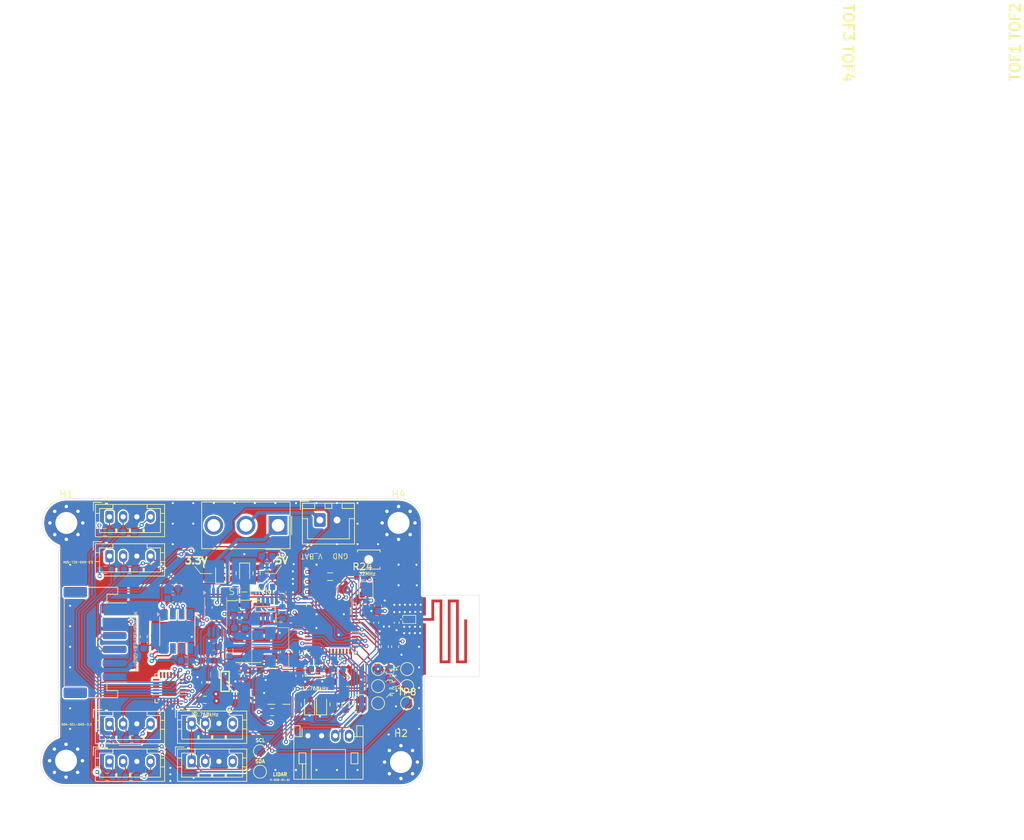
<source format=kicad_pcb>
(kicad_pcb (version 20241229) (generator "pcbnew") (generator_version "9.0")
  (layers (0 "F.Cu" signal) (4 "In1.Cu" signal) (6 "In2.Cu" signal) (2 "B.Cu" signal) (13 "F.Paste" user) (15 "B.Paste" user) (5 "F.SilkS" user "F.Silkscreen") (7 "B.SilkS" user "B.Silkscreen") (1 "F.Mask" user) (3 "B.Mask" user) (25 "Edge.Cuts" user))
  (net 0 "")
  (net 1 "Net-(AE1-A)")
  (net 2 "GND")
  (net 3 "Net-(FL1-IN)")
  (net 4 "/Converters/SW")
  (net 5 "/M1+")
  (net 6 "+8V")
  (net 7 "/M1-")
  (net 8 "/M2-")
  (net 9 "Net-(IC2-VCC)")
  (net 10 "Net-(IC2-FB)")
  (net 11 "/M2+")
  (net 12 "/STM32/RF1")
  (net 13 "Net-(IC3-VREF)")
  (net 14 "/STM32/NRST")
  (net 15 "Net-(D1-A)")
  (net 16 "Net-(D2-A)")
  (net 17 "/Converters/PG")
  (net 18 "/PWM_1_M1")
  (net 19 "/PWM_2_M1")
  (net 20 "+3.3V")
  (net 21 "/PWM_1_M2")
  (net 22 "/STM32/HSE_IN")
  (net 23 "/PWM_2_M2")
  (net 24 "Net-(D3-A)")
  (net 26 "Net-(J2-Pin_3)")
  (net 27 "/I2C/SC0")
  (net 28 "/STM32/SMPSFB")
  (net 30 "/I2C/SD0")
  (net 32 "/I2C/SD1")
  (net 33 "/STM32/UART_RX")
  (net 34 "/STM32/SMPSLX")
  (net 35 "/I2C/SC1")
  (net 36 "Net-(U1-PA2)")
  (net 37 "/I2C/SC2")
  (net 38 "/STM32/LSE_OUT")
  (net 41 "/I2C/SD2")
  (net 42 "/STM32/LSE_IN")
  (net 43 "Net-(U1-PA3)")
  (net 44 "/I2C/SC3")
  (net 46 "/STM32/HSE_OUT")
  (net 48 "+5V")
  (net 49 "Net-(R17-Pad1)")
  (net 50 "/I2C/SD3")
  (net 54 "Net-(C22-Pad2)")
  (net 55 "Net-(C28-Pad2)")
  (net 56 "/I2C_SCL")
  (net 57 "/I2C_SDA")
  (net 58 "/V_bat")
  (net 59 "/OUT_BUTTON")
  (net 60 "/STM32/ENCODEUR_A_M1")
  (net 61 "/STM32/ENCODEUR_B_M1")
  (net 62 "/STM32/ENCODEUR_A_M2")
  (net 63 "/STM32/ENCODEUR_B_M2")
  (net 64 "/I_bat")
  (net 65 "/PB4_RST")
  (net 66 "Net-(JP2-A)")
  (net 67 "Net-(U1-PA5)")
  (net 69 "/STM32/SWCLK")
  (net 70 "/INT2")
  (net 71 "/STM32/SWDIO")
  (net 72 "/STM32/SWO")
  (net 73 "/SINGLE_TAP")
  (net 76 "/STM32/SMPSLXL")
  (net 78 "Net-(U3-~{CS})")
  (net 90 "/Converters/BST")
  (net 91 "Net-(D4-A)")
  (net 94 "/STM32/chatsouris")
  (footprint "Capacitor_SMD:C_0603_1608Metric" (layer "F.Cu") (at 86.5 143.975 90)
    (property "Reference" "C43" (hide yes))
    (property "Value" "4.7u" (hide yes))
  )
  (footprint "Connector_JST:JST_PH_S4B-PH-K_1x04_P2.00mm_Horizontal" (layer "F.Cu") (at 73.75 157)
    (property "Reference" "J2" (hide yes))
    (property "Value" "Conn_01x04")
  )
  (footprint "RF_Antenna:2.4GHz BLE" (layer "F.Cu") (at 90.5 140 -90)
    (property "Reference" "AE1" (hide yes))
    (property "Value" "Antenna" (hide yes))
  )
  (footprint "Connector_JST:JST_PH_S6B-PH-SM4-TB_1x06-1MP_P2.00mm_Horizontal" (layer "F.Cu") (at 42.65 143.35 -90)
    (property "Reference" "J14" (hide yes))
    (property "Value" "Conn_01x06")
  )
  (footprint "Button_Switch_SMD:SW_SPST_B3U-1000P-B" (layer "F.Cu") (at 82.64 131.25 180)
    (property "Reference" "SW2" (hide yes))
    (property "Value" "SW_SPST")
  )
  (footprint "Capacitor_SMD:C_0603_1608Metric" (layer "F.Cu") (at 79.51 149.27)
    (property "Reference" "C1" (hide yes))
    (property "Value" "10n" (hide yes))
  )
  (footprint "Resistor_SMD:R_0603_1608Metric" (layer "F.Cu") (at 77.5 152.425 90)
    (property "Reference" "R19" (hide yes))
    (property "Value" "5k" (hide yes))
  )
  (footprint "MountingHole:MountingHole_3.2mm_M3_Pad_Via" (layer "F.Cu") (at 38.447056 125.9)
    (property "Reference" "H1")
    (property "Value" "MountingHole_Pad" (hide yes))
  )
  (footprint "Capacitor_SMD:C_0402_1005Metric" (layer "F.Cu") (at 86.725 140.48 90)
    (property "Reference" "C40" (hide yes))
    (property "Value" "0p3" (hide yes))
  )
  (footprint "Capacitor_SMD:C_0603_1608Metric" (layer "F.Cu") (at 72.5 148.225 -90)
    (property "Reference" "C13" (hide yes))
    (property "Value" "13p" (hide yes))
  )
  (footprint "Package_DFN_QFN:Texas_RGE0024C_VQFN-24-1EP_4x4mm_P0.5mm_EP2.1x2.1mm" (layer "F.Cu") (at 53.5 150.0625 180)
    (property "Reference" "U4" (hide yes))
    (property "Value" "TCA9548AMRGER" (hide yes))
  )
  (footprint "Capacitor_SMD:C_0603_1608Metric" (layer "F.Cu") (at 65 148.25 90)
    (property "Reference" "C15" (hide yes))
    (property "Value" "1u" (hide yes))
  )
  (footprint "TestPoint:TestPoint_Pad_D1.5mm" (layer "F.Cu") (at 84 152.25)
    (property "Reference" "TP7" (hide yes))
    (property "Value" "TestPoint" (hide yes))
  )
  (footprint "Capacitor_SMD:C_0603_1608Metric" (layer "F.Cu") (at 76.75 148.25 -90)
    (property "Reference" "C14" (hide yes))
    (property "Value" "13p" (hide yes))
  )
  (footprint "Capacitor_SMD:C_0402_1005Metric" (layer "F.Cu") (at 83.725 140.48 90)
    (property "Reference" "C41" (hide yes))
    (property "Value" "0p8" (hide yes))
  )
  (footprint "Connector_JST:JST_XH_B2B-XH-A_1x02_P2.50mm_Vertical" (layer "F.Cu") (at 75.5 125.475)
    (property "Reference" "J9" (hide yes))
    (property "Value" "Conn_01x02_Pin" (hide yes))
  )
  (footprint "Connector_JST:JST_PH_B4B-PH-K_1x04_P2.00mm_Vertical" (layer "F.Cu") (at 44.75 160.75)
    (property "Reference" "J4" (hide yes))
    (property "Value" "Conn_01x04" (hide yes))
  )
  (footprint "Resistor_SMD:R_0603_1608Metric" (layer "F.Cu") (at 62.75 133.25 -90)
    (property "Reference" "R22" (hide yes))
    (property "Value" "5k")
  )
  (footprint "Capacitor_SMD:C_0603_1608Metric" (layer "F.Cu") (at 58.75 149.225 -90)
    (property "Reference" "C16" (hide yes))
    (property "Value" "1u" (hide yes))
  )
  (footprint "Resistor_SMD:R_0603_1608Metric" (layer "F.Cu") (at 66.25 133.25 90)
    (property "Reference" "R23" (hide yes))
    (property "Value" "5k")
  )
  (footprint "Resistor_SMD:R_0603_1608Metric" (layer "F.Cu") (at 72.25 152.4625 90)
    (property "Reference" "R18" (hide yes))
    (property "Value" "5k" (hide yes))
  )
  (footprint "LED_SMD:LED_0603_1608Metric" (layer "F.Cu") (at 75.75 152.4625 90)
    (property "Reference" "D2" (hide yes))
    (property "Value" "LED" (hide yes))
  )
  (footprint "TestPoint:TestPoint_Pad_D1.5mm" (layer "F.Cu") (at 84 147.25)
    (property "Reference" "TP2" (hide yes))
    (property "Value" "TestPoint" (hide yes))
  )
  (footprint "Connector_JST:JST_PH_B4B-PH-K_1x04_P2.00mm_Vertical" (layer "F.Cu") (at 44.75 155.25)
    (property "Reference" "J3" (hide yes))
    (property "Value" "Conn_01x04" (hide yes))
  )
  (footprint "MountingHole:MountingHole_3.2mm_M3_Pad_Via" (layer "F.Cu") (at 87.35 160.85)
    (property "Reference" "H2")
    (property "Value" "MountingHole_Pad" (hide yes))
  )
  (footprint "TestPoint:TestPoint_Pad_D1.5mm" (layer "F.Cu") (at 88.25 147.25)
    (property "Reference" "TP4" (hide yes))
    (property "Value" "TestPoint" (hide yes))
  )
  (footprint "Inductor_SMD:L_0402_1005Metric" (layer "F.Cu") (at 76 135.615 -90)
    (property "Reference" "L3" (hide yes))
    (property "Value" "10n" (hide yes))
  )
  (footprint "TestPoint:TestPoint_Pad_D1.5mm" (layer "F.Cu") (at 84 149.75)
    (property "Reference" "TP1" (hide yes))
    (property "Value" "TestPoint" (hide yes))
  )
  (footprint "Jumper:SolderJumper-2_P1.3mm_Bridged_RoundedPad1.0x1.5mm" (layer "F.Cu") (at 81.5 152.4 -90)
    (property "Reference" "JP2" (hide yes))
    (property "Value" "SolderJumper_2_Open" (hide yes))
  )
  (footprint "Capacitor_SMD:C_0603_1608Metric" (layer "F.Cu") (at 73.475 133)
    (property "Reference" "C8" (hide yes))
    (property "Value" "100n" (hide yes))
  )
  (footprint "Capacitor_SMD:C_0603_1608Metric" (layer "F.Cu") (at 79.51 147.77)
    (property "Reference" "C2" (hide yes))
    (property "Value" "1u" (hide yes))
  )
  (footprint "Connector_PinHeader_1.27mm:PinHeader_2x07_P1.27mm_Vertical_SMD" (layer "F.Cu") (at 65.05 141.75)
    (property "Reference" "J1" (hide yes))
    (property "Value" "Conn_ST_STDC14" (hide yes))
  )
  (footprint "Package_SO:Diodes_SO-8EP" (layer "F.Cu") (at 54.655 141.7475 -90)
    (property "Reference" "IC4" (hide yes))
    (property "Value" "ZXBM5210-SP-13")
  )
  (footprint "Package_SO:SSOP-5" (layer "F.Cu") (at 61.65 149.05 180)
    (property "Reference" "U5" (hide yes))
    (property "Value" "BU33SD5WG-TR" (hide yes))
  )
  (footprint "Connector_JST:JST_PH_B4B-PH-K_1x04_P2.00mm_Vertical" (layer "F.Cu") (at 56.75 160.75)
    (property "Reference" "J8" (hide yes))
    (property "Value" "Conn_01x04" (hide yes))
  )
  (footprint "RF:DLF162500LT5028A1" (layer "F.Cu") (at 88.612 140)
    (property "Reference" "FL1" (hide yes))
    (property "Value" "DLF162500LT-5028A1" (hide yes))
  )
  (footprint "Resistor_SMD:R_0603_1608Metric" (layer "F.Cu") (at 68.5175 153.5425)
    (property "Reference" "R31" (hide yes))
    (property "Value" "10k" (hide yes))
  )
  (footprint "MountingHole:MountingHole_3.2mm_M3_Pad_Via" (layer "F.Cu") (at 38.4 160.65)
    (property "Reference" "H3" (hide yes))
    (property "Value" "MountingHole_Pad" (hide yes))
  )
  (footprint "Package_DFN_QFN:QFN-48-1EP_7x7mm_P0.5mm_EP5.6x5.6mm" (layer "F.Cu") (at 77.175 141.25 90)
    (property "Reference" "U1" (hide yes))
    (property "Value" "STM32WB55CGUx" (hide yes))
  )
  (footprint "Connector_JST:JST_PH_B4B-PH-K_1x04_P2.00mm_Vertical" (layer "F.Cu") (at 44.75 125)
    (property "Reference" "J5" (hide yes))
    (property "Value" "Conn_01x04" (hide yes))
  )
  (footprint "Capacitor_SMD:C_0603_1608Metric" (layer "F.Cu") (at 73.45 136 180)
    (property "Reference" "C38" (hide yes))
    (property "Value" "100n" (hide yes))
  )
  (footprint "Capacitor_SMD:C_0603_1608Metric" (layer "F.Cu") (at 60 145.25 -90)
    (property "Reference" "C33" (hide yes))
    (property "Value" "4.7u" (hide yes))
  )
  (footprint "Capacitor_SMD:C_0603_1608Metric" (layer "F.Cu") (at 58.25 145.25 90)
    (property "Reference" "C32" (hide yes))
    (property "Value" "4.7u" (hide yes))
  )
  (footprint "Connector_JST:JST_PH_B4B-PH-K_1x04_P2.00mm_Vertical" (layer "F.Cu") (at 56.75 155.2)
    (property "Reference" "J7" (hide yes))
    (property "Value" "Conn_01x04" (hide yes))
  )
  (footprint "TestPoint:TestPoint_Pad_D1.5mm" (layer "F.Cu") (at 66.75 162.25)
    (property "Reference" "TP5" (hide yes))
    (property "Value" "TestPoint" (hide yes))
  )
  (footprint "Resistor_SMD:R_0603_1608Metric" (layer "F.Cu") (at 79.25 152.425 -90)
    (property "Reference" "R25" (hide yes))
    (property "Value" "100" (hide yes))
  )
  (footprint "Capacitor_SMD:C_0603_1608Metric" (layer "F.Cu") (at 72 144.75 -90)
    (property "Reference" "C6" (hide yes))
    (property "Value" "100n" (hide yes))
  )
  (footprint "Crystal:Murata 32MHz" (layer "F.Cu") (at 82.25 135.675 90)
    (property "Reference" "Y2" (hide yes))
    (property "Value" "Crystal_GND24_Small" (hide yes))
  )
  (footprint "Capacitor_SMD:C_0603_1608Metric" (layer "F.Cu") (at 78 135.75 180)
    (property "Reference" "C39" (hide yes))
    (property "Value" "4.7u" (hide yes))
  )
  (footprint "Connector_JST:JST_PH_B4B-PH-K_1x04_P2.00mm_Vertical" (layer "F.Cu") (at 44.75 130.75)
    (property "Reference" "J6" (hide yes))
    (property "Value" "Conn_01x04" (hide yes))
  )
  (footprint "Resistor_SMD:R_0603_1608Metric" (layer "F.Cu") (at 58.675 151.75 180)
    (property "Reference" "R30" (hide yes))
    (property "Value" "10k" (hide yes))
  )
  (footprint "Capacitor_SMD:C_0603_1608Metric" (layer "F.Cu") (at 49.75 142.525 -90)
    (property "Reference" "C34" (hide yes))
    (property "Value" "470n" (hide yes))
  )
  (footprint "Capacitor_SMD:C_0603_1608Metric" (layer "F.Cu") (at 59.25 138.25 90)
    (property "Reference" "C42" (hide yes))
    (property "Value" "100n" (hide yes))
  )
  (footprint "Inductor_SMD:L_0402_1005Metric" (layer "F.Cu") (at 85.21 140 180)
    (property "Reference" "L5" (hide yes))
    (property "Value" "2n7" (hide yes))
  )
  (footprint "TestPoint:TestPoint_Pad_D1.5mm" (layer "F.Cu") (at 66.75 159.25)
    (property "Reference" "TP6" (hide yes))
    (property "Value" "TestPoint" (hide yes))
  )
  (footprint "Capacitor_SMD:C_0603_1608Metric" (layer "F.Cu") (at 85 143.975 90)
    (property "Reference" "C7" (hide yes))
    (property "Value" "100n" (hide yes))
  )
  (footprint "LED_SMD:LED_0603_1608Metric" (layer "F.Cu") (at 74 152.4625 90)
    (property "Reference" "D1" (hide yes))
    (property "Value" "LED" (hide yes))
  )
  (footprint "Capacitor_SMD:C_0603_1608Metric" (layer "F.Cu") (at 71.25 140 180)
    (property "Reference" "C11" (hide yes))
    (property "Value" "100n" (hide yes))
  )
  (footprint "Capacitor_SMD:C_0603_1608Metric" (layer "F.Cu") (at 73.45 134.5 180)
    (property "Reference" "C12" (hide yes))
    (property "Value" "4.7u" (hide yes))
  )
  (footprint "LED_SMD:LED_0603_1608Metric" (layer "F.Cu") (at 64.5 133.25 -90)
    (property "Reference" "D4" (hide yes))
    (property "Value" "LED")
  )
  (footprint "TestPoint:TestPoint_Pad_D1.5mm" (layer "F.Cu") (at 88.25 152.25)
    (property "Reference" "TP8")
    (property "Value" "TestPoint")
  )
  (footprint "Package_LGA:LGA-14_3x5mm_P0.8mm_LayoutBorder1x6y" (layer "F.Cu") (at 69.5175 149.7925)
    (property "Reference" "U3" (hide yes))
    (property "Value" "ADXL343" (hide yes))
  )
  (footprint "Capacitor_SMD:C_0603_1608Metric" (layer "F.Cu") (at 65.5 150.75 180)
    (property "Reference" "C37" (hide yes))
    (property "Value" "1u" (hide yes))
  )
  (footprint "Crystal:ABS06N32768kHzT" (layer "F.Cu") (at 74.55 147.5 180)
    (property "Reference" "X1" (hide yes))
    (property "Value" "32kHz758" (hide yes))
  )
  (footprint "Capacitor_SMD:C_0603_1608Metric" (layer "F.Cu") (at 70.25 144.75 -90)
    (property "Reference" "C5" (hide yes))
    (property "Value" "100n" (hide yes))
  )
  (footprint "Button_Switch_THT:SW_Wurth_WS-TOTV_472121020311" (layer "F.Cu") (at 69.39 126.25 180)
    (property "Reference" "SW1" (hide yes))
    (property "Value" "SW_Wurth" (hide yes))
  )
  (footprint "Resistor_SMD:R_0603_1608Metric" (layer "F.Cu") (at 81.72 133.73)
    (property "Reference" "R24")
    (property "Value" "5k")
  )
  (footprint "MountingHole:MountingHole_3.2mm_M3_Pad_Via" (layer "F.Cu") (at 87 125.9)
    (property "Reference" "H4")
    (property "Value" "MountingHole_Pad" (hide yes))
  )
  (footprint "TestPoint:TestPoint_Pad_D1.5mm" (layer "F.Cu") (at 88.25 149.75)
    (property "Reference" "TP3" (hide yes))
    (property "Value" "TestPoint" (hide yes))
  )
  (footprint "Inductor_SMD:L_0805_2012Metric" (layer "F.Cu") (at 77 133.75 180)
    (property "Reference" "L4" (hide yes))
    (property "Value" "10u" (hide yes))
  )
  (footprint "Capacitor_SMD:C_0603_1608Metric" (layer "F.Cu") (at 66.75 148.275 -90)
    (property "Reference" "C36" (hide yes))
    (property "Value" "0.1u" (hide yes))
  )
  (footprint "LED_SMD:LED_0603_1608Metric" (layer "F.Cu") (at 61 133.25 90)
    (property "Reference" "D3" (hide yes))
    (property "Value" "LED")
  )
  (footprint "Capacitor_SMD:C_0603_1608Metric" (layer "B.Cu") (at 67.775 130.75)
    (property "Reference" "C28" (hide yes))
    (property "Value" "15p" (hide yes))
  )
  (footprint "Capacitor_SMD:C_0603_1608Metric" (layer "B.Cu") (at 49.75 143.475 -90)
    (property "Reference" "C31" (hide yes))
    (property "Value" "1u" (hide yes))
  )
  (footprint "Resistor_SMD:R_0603_1608Metric" (layer "B.Cu") (at 67.775 133.75 180)
    (property "Reference" "R11" (hide yes))
    (property "Value" "13k" (hide yes))
  )
  (footprint "Resistor_SMD:R_0603_1608Metric" (layer "B.Cu") (at 67.775 135.25)
    (property "Reference" "R9" (hide yes))
    (property "Value" "16k" (hide yes))
  )
  (footprint "Resistor_SMD:R_0603_1608Metric" (layer "B.Cu") (at 44.5 157.5 180)
    (property "Reference" "R2" (hide yes))
    (property "Value" "4.7k" (hide yes))
  )
  (footprint "Capacitor_SMD:C_0603_1608Metric" (layer "B.Cu") (at 63.75 147)
    (property "Reference" "C23" (hide yes))
    (property "Value" "22u" (hide yes))
  )
  (footprint "Resistor_SMD:R_0603_1608Metric" (layer "B.Cu") (at 70.025 139 -90)
    (property "Reference" "R12" (hide yes))
    (property "Value" "100k" (hide yes))
  )
  (footprint "Resistor_SMD:R_0603_1608Metric" (layer "B.Cu") (at 47.9 163 180)
    (property "Reference" "R3" (hide yes))
    (property "Value" "4.7k" (hide yes))
  )
  (footprint "Resistor_SMD:R_0603_1608Metric" (layer "B.Cu") (at 44.175 132.75 180)
    (property "Reference" "R21" (hide yes))
    (property "Value" "4.7k" (hide yes))
  )
  (footprint "Capacitor_SMD:C_0603_1608Metric" (layer "B.Cu") (at 70.025 136 90)
    (property "Reference" "C24" (hide yes))
    (property "Value" "0.1u" (hide yes))
  )
  (footprint "Capacitor_SMD:C_0603_1608Metric" (layer "B.Cu") (at 82.25 138 -90)
    (property "Reference" "C10" (hide yes))
    (property "Value" "100p" (hide yes))
  )
  (footprint "Capacitor_SMD:C_0603_1608Metric" (layer "B.Cu") (at 63.775 141.25 180)
    (property "Reference" "C22" (hide yes))
    (property "Value" "0.1u" (hide yes))
  )
  (footprint "Resistor_SMD:R_0603_1608Metric" (layer "B.Cu") (at 56 146 180)
    (property "Reference" "R13" (hide yes))
    (property "Value" "10k")
  )
  (footprint "Capacitor_SMD:C_0603_1608Metric" (layer "B.Cu") (at 60.025 144)
    (property "Reference" "C35" (hide yes))
    (property "Value" "0.1u" (hide yes))
  )
  (footprint "Package_SO:Diodes_SO-8EP" (layer "B.Cu") (at 54.655 141.7525 -90)
    (property "Reference" "IC3" (hide yes))
    (property "Value" "ZXBM5210-SP-13" (hide yes))
  )
  (footprint "Resistor_SMD:R_0603_1608Metric" (layer "B.Cu") (at 85.75 147.825 -90)
    (property "Reference" "R33" (hide yes))
    (property "Value" "2k" (hide yes))
  )
  (footprint "Resistor_SMD:R_0603_1608Metric" (layer "B.Cu") (at 62.275 144.5 90)
    (property "Reference" "R16" (hide yes))
    (property "Value" "5k" (hide yes))
  )
  (footprint "Resistor_SMD:R_0603_1608Metric" (layer "B.Cu") (at 60.025 146)
    (property "Reference" "R17" (hide yes))
    (property "Value" "5k" (hide yes))
  )
  (footprint "Capacitor_SMD:C_0603_1608Metric" (layer "B.Cu") (at 54 135.425)
    (property "Reference" "C29" (hide yes))
    (property "Value" "4.7u" (hide yes))
  )
  (footprint "Resistor_SMD:R_0603_1608Metric" (layer "B.Cu") (at 48 157.5 180)
    (property "Reference" "R1" (hide yes))
    (property "Value" "4.7k" (hide yes))
  )
  (footprint "Package_SO:TSSOP-8_4.4x3mm_P0.65mm" (layer "B.Cu") (at 60.275 139 -90)
    (property "Reference" "U2" (hide yes))
    (property "Value" "INA240A1PW" (hide yes))
  )
  (footprint "Inductor_SMD:L_Wuerth_HCI-5040" (layer "B.Cu") (at 68.25 144.05 -90)
    (property "Reference" "L2" (hide yes))
    (property "Value" "4.7u" (hide yes))
  )
  (footprint "Resistor_SMD:R_0603_1608Metric" (layer "B.Cu") (at 47.575 127.25 180)
    (property "Reference" "R5" (hide yes))
    (property "Value" "4.7k" (hide yes))
  )
  (footprint "Capacitor_SMD:C_0603_1608Metric" (layer "B.Cu") (at 63.775 136)
    (property "Reference" "C25" (hide yes))
    (property "Value" "0.1u" (hide yes))
  )
  (footprint "Resistor_SMD:R_0603_1608Metric" (layer "B.Cu") (at 47.675 132.75 180)
    (property "Reference" "R20" (hide yes))
    (property "Value" "4.7k" (hide yes))
  )
  (footprint "Resistor_SMD:R_0603_1608Metric" (layer "B.Cu") (at 44.4 163 180)
    (property "Reference" "R4" (hide yes))
    (property "Value" "4.7k" (hide yes))
  )
  (footprint "Package_TO_SOT_SMD:TSOT 23-8" (layer "B.Cu") (at 67.525 138.5 90)
    (property "Reference" "IC2" (hide yes))
    (property "Value" "MP1475SGJ-P" (hide yes))
  )
  (footprint "Capacitor_SMD:C_0603_1608Metric" (layer "B.Cu") (at 84 138 90)
    (property "Reference" "C9" (hide yes))
    (property "Value" "100n" (hide yes))
  )
  (footprint "Resistor_SMD:R_6431" (layer "B.Cu") (at 62.275 133)
    (property "Reference" "R15" (hide yes))
    (property "Value" "50m" (hide yes))
  )
  (footprint "Capacitor_SMD:C_0603_1608Metric" (layer "B.Cu") (at 63.775 137.75)
    (property "Reference" "C21" (hide yes))
    (property "Value" "22u" (hide yes))
  )
  (footprint "Resistor_SMD:R_0603_1608Metric" (layer "B.Cu") (at 78.075 147.25)
    (property "Reference" "R28" (hide yes))
    (property "Value" "4.7k" (hide yes))
  )
  (footprint "Connector_JST:JST_PH_S6B-PH-SM4-TB_1x06-1MP_P2.00mm_Horizontal" (layer "B.Cu") (at 42.65 143.4 90)
    (property "Reference" "J11" (hide yes))
    (property "Value" "Conn_01x06")
  )
  (footprint "Resistor_SMD:R_0603_1608Metric" (layer "B.Cu") (at 67.775 132.25)
    (property "Reference" "R10" (hide yes))
    (property "Value" "40.2k" (hide yes))
  )
  (footprint "Resistor_SMD:R_0603_1608Metric" (layer "B.Cu") (at 84 147.825 -90)
    (property "Reference" "R32" (hide yes))
    (property "Value" "1k" (hide yes))
  )
  (footprint "Resistor_SMD:R_0603_1608Metric" (layer "B.Cu") (at 63.775 139.5)
    (property "Reference" "R8" (hide yes))
    (property "Value" "20" (hide yes))
  )
  (footprint "Capacitor_SMD:C_0603_1608Metric" (layer "B.Cu") (at 63.75 148.5)
    (property "Reference" "C27" (hide yes))
    (property "Value" "22u" (hide yes))
  )
  (footprint "Capacitor_SMD:C_0603_1608Metric" (layer "B.Cu") (at 54 136.925 180)
    (property "Reference" "C30" (hide yes))
    (property "Value" "4.7u" (hide yes))
  )
  (footprint "Resistor_SMD:R_0603_1608Metric" (layer "B.Cu") (at 44.075 127.25 180)
    (property "Reference" "R6" (hide yes))
    (property "Value" "4.7k" (hide yes))
  )
  (footprint "Resistor_SMD:R_0603_1608Metric" (layer "B.Cu") (at 75.075 147.25 180)
    (property "Reference" "R29" (hide yes))
    (property "Value" "4.7k" (hide yes))
  )
  (gr_line (start 85.43 148.86) (end 85.11 149.09) (stroke (width 0.1)) (layer "F.SilkS"))
  (gr_line (start 86.11 147.95) (end 85.3 147.95) (stroke (width 0.1)) (layer "F.SilkS"))
  (gr_line (start 85.81 150.79) (end 86.34 150.8) (stroke (width 0.1)) (layer "F.SilkS"))
  (gr_line (start 58.08 133.3) (end 59.72 133.29) (stroke (width 0.1)) (layer "F.SilkS"))
  (gr_line (start 86.63 149.84) (end 87.15 149.62) (stroke (width 0.1)) (layer "F.SilkS"))
  (gr_line (start 86.68 147.05) (end 87.14 146.78) (stroke (width 0.1)) (layer "F.SilkS"))
  (gr_line (start 86.25 147.05) (end 86.68 147.05) (stroke (width 0.1)) (layer "F.SilkS"))
  (gr_line (start 86.08 148.86) (end 85.43 148.86) (stroke (width 0.1)) (layer "F.SilkS"))
  (gr_line (start 69.87 132.12) (end 69.07 133.28) (stroke (width 0.1)) (layer "F.SilkS"))
  (gr_line (start 86.11 149.84) (end 86.63 149.84) (stroke (width 0.1)) (layer "F.SilkS"))
  (gr_line (start 85.3 147.95) (end 84.93 147.64) (stroke (width 0.1)) (layer "F.SilkS"))
  (gr_line (start 69.07 133.28) (end 67.53 133.28) (stroke (width 0.1)) (layer "F.SilkS"))
  (gr_line (start 85.81 150.79) (end 85.23 151.4) (stroke (width 0.1)) (layer "F.SilkS"))
  (gr_line (start 57.21 132.24) (end 58.08 133.3) (stroke (width 0.1)) (layer "F.SilkS"))
  (gr_arc (start 86.996003 122.362811) (mid 89.5 123.4) (end 90.537189 125.903997) (stroke (width 0.05)) (layer "Edge.Cuts"))
  (gr_line (start 90.57 136.45) (end 98.8 136.45) (stroke (width 0.05)) (layer "Edge.Cuts"))
  (gr_line (start 90.537189 125.904) (end 90.57 136.45) (stroke (width 0.05)) (layer "Edge.Cuts"))
  (gr_arc (start 34.688556 160.803997) (mid 35.398231 158.555943) (end 37.27 157.122811) (stroke (width 0.05)) (layer "Edge.Cuts"))
  (gr_line (start 98.8 136.45) (end 98.8 148.4) (stroke (width 0.05)) (layer "Edge.Cuts"))
  (gr_arc (start 37.27 129.297189) (mid 35.563624 127.963462) (end 34.918517 125.896003) (stroke (width 0.05)) (layer "Edge.Cuts"))
  (gr_line (start 90.779838 148.4) (end 90.820162 160.823001) (stroke (width 0.05)) (layer "Edge.Cuts"))
  (gr_line (start 37.27 129.297189) (end 37.27 157.122811) (stroke (width 0.05)) (layer "Edge.Cuts"))
  (gr_arc (start 38.231186 164.341186) (mid 35.727189 163.303997) (end 34.69 160.8) (stroke (width 0.05)) (layer "Edge.Cuts"))
  (gr_arc (start 34.92 125.89) (mid 35.957189 123.386003) (end 38.461186 122.348814) (stroke (width 0.05)) (layer "Edge.Cuts"))
  (gr_arc (start 90.820162 160.823001) (mid 89.768974 163.326424) (end 87.258814 164.361422) (stroke (width 0.05)) (layer "Edge.Cuts"))
  (gr_line (start 38.231186 164.341186) (end 87.248815 164.361422) (stroke (width 0.05)) (layer "Edge.Cuts"))
  (gr_line (start 86.996 122.362811) (end 38.451243 122.348814) (stroke (width 0.05)) (layer "Edge.Cuts"))
  (gr_line (start 98.8 148.4) (end 90.779838 148.4) (stroke (width 0.05)) (layer "Edge.Cuts"))
  (gr_text "3.3V\n" (at 55.64 132 0) (layer "F.SilkS") (effects (font (size 1 1) (thickness 0.25) (bold yes)) (justify left bottom)))
  (gr_text "32.768kHz" (at 72.73 150.39 0) (layer "F.SilkS") (effects (font (size 0.5 0.5) (thickness 0.1) (bold yes)) (justify left bottom)))
  (gr_text "SDA" (at 65.9638 161.036 0) (layer "F.SilkS") (effects (font (size 0.5 0.5) (thickness 0.125) (bold yes)) (justify left bottom)))
  (gr_text "SCL" (at 66.0146 157.9626 0) (layer "F.SilkS") (effects (font (size 0.5 0.5) (thickness 0.125) (bold yes)) (justify left bottom)))
  (gr_text "TOF3" (at 151.88 49.88 270) (layer "F.SilkS") (effects (font (size 1.5 1.5) (thickness 0.3) (bold yes)) (justify left bottom)))
  (gr_text "V_BAT" (at 75.946 130.3274 180) (layer "F.SilkS") (effects (font (size 0.75 0.75) (thickness 0.1)) (justify left bottom)))
  (gr_text "3.3-GND-SCL-SDA\n" (at 42.4434 131.445 180) (layer "F.SilkS") (effects (font (size 0.3 0.3) (thickness 0.0625) (bold yes)) (justify left bottom)))
  (gr_text "TOF4\n" (at 151.78 55.87 270) (layer "F.SilkS") (effects (font (size 1.5 1.5) (thickness 0.3) (bold yes)) (justify left bottom)))
  (gr_text "32MHz" (at 81.11 133.63 0) (layer "F.SilkS") (effects (font (size 0.5 0.5) (thickness 0.1) (bold yes)) (justify left bottom)))
  (gr_text "M-GND-RX-5V" (at 68.1482 163.6014 0) (layer "F.SilkS") (effects (font (size 0.25 0.25) (thickness 0.0625) (bold yes)) (justify left bottom)))
  (gr_text "5V" (at 68.86 131.97 0) (layer "F.SilkS") (effects (font (size 1 1) (thickness 0.25) (bold yes)) (justify left bottom)))
  (gr_text "V_Bat" (at 85.62 148.36 0) (layer "F.SilkS") (effects (font (size 0.25 0.25) (thickness 0.0625) (bold yes)) (justify left bottom)))
  (gr_text "I_Bat" (at 85.61 149.24 0) (layer "F.SilkS") (effects (font (size 0.25 0.25) (thickness 0.0625) (bold yes)) (justify left bottom)))
  (gr_text "SDA-SCL-GND-3.3\n" (at 37.6936 155.5242 0) (layer "F.SilkS") (effects (font (size 0.3 0.3) (thickness 0.0625) (bold yes)) (justify left bottom)))
  (gr_text "RX" (at 85.64 151.24 0) (layer "F.SilkS") (effects (font (size 0.25 0.25) (thickness 0.0625) (bold yes)) (justify left bottom)))
  (gr_text "32.768kHz" (at 56.66 154.195 0) (layer "F.SilkS") (effects (font (size 0.5 0.5) (thickness 0.1) (bold yes)) (justify left bottom)))
  (gr_text "ST-LINK" (at 62.09 136.5 0) (layer "F.SilkS") (effects (font (size 1 1) (thickness 0.1) (bold yes)) (justify left bottom)))
  (gr_text "ENC_A\n" (at 85.57 150.24 0) (layer "F.SilkS") (effects (font (size 0.25 0.25) (thickness 0.0625) (bold yes)) (justify left bottom)))
  (gr_text "M-3.3-EA-EB-GND-M" (at 48.2346 138.811 270) (layer "F.SilkS") (effects (font (size 0.5 0.5) (thickness 0.0625) (bold yes)) (justify left bottom)))
  (gr_text "LIDAR\n" (at 68.5546 162.941 0) (layer "F.SilkS") (effects (font (size 0.5 0.5) (thickness 0.125) (bold yes)) (justify left bottom)))
  (gr_text "GND" (at 79.7052 130.302 180) (layer "F.SilkS") (effects (font (size 0.75 0.75) (thickness 0.1)) (justify left bottom)))
  (gr_text "TOF1\n" (at 178 61.5 90) (layer "F.SilkS") (effects (font (size 1.5 1.5) (thickness 0.3) (bold yes)) (justify left bottom)))
  (gr_text "ENC_B" (at 85.61 147.49 0) (layer "F.SilkS") (effects (font (size 0.25 0.25) (thickness 0.0625) (bold yes)) (justify left bottom)))
  (gr_text "TOF2\n" (at 178 55.5 90) (layer "F.SilkS") (effects (font (size 1.5 1.5) (thickness 0.3) (bold yes)) (justify left bottom)))
  (gr_text "M-3.3-EA-EB-GND-M" (at 48.26 147.6756 270) (layer "B.SilkS") (effects (font (size 0.5 0.5) (thickness 0.0625)) (justify left bottom mirror)))
  (segment (start 89.225 140) (end 90.56075 140) (width 0.1565) (layer "F.Cu") (net 1))
  (segment (start 83.73 141.2) (end 83.73 140.935) (width 0.5) (layer "F.Cu") (net 2))
  (segment (start 81.131 149.25) (end 80.315 149.25) (width 0.5) (layer "F.Cu") (net 2))
  (segment (start 67.57 148.85) (end 67.37 149.05) (width 0.5) (layer "F.Cu") (net 2))
  (segment (start 67.8975 150.1925) (end 67.35 150.74) (width 0.5) (layer "F.Cu") (net 2))
  (segment (start 58.75 148.45) (end 57.6196 148.45) (width 0.19) (layer "F.Cu") (net 2))
  (segment (start 64.302 144.29) (end 63.1 144.29) (width 0.5) (layer "F.Cu") (net 2))
  (segment (start 86.5 144.75) (end 87.0158 144.75) (width 0.19) (layer "F.Cu") (net 2))
  (segment (start 81.534 148.847) (end 81.131 149.25) (width 0.5) (layer "F.Cu") (net 2))
  (segment (start 57.6196 148.45) (end 57.6072 148.4376) (width 0.19) (layer "F.Cu") (net 2))
  (segment (start 72 143.975) (end 70.300131 143.975) (width 0.19) (layer "F.Cu") (net 2))
  (segment (start 67.37 149.05) (end 66.75 149.05) (width 0.5) (layer "F.Cu") (net 2))
  (segment (start 64.53 140.48) (end 64.91 140.86) (width 0.5) (layer "F.Cu") (net 2))
  (segment (start 81.75 136.35) (end 81.75 136.15) (width 0.19) (layer "F.Cu") (net 2))
  (segment (start 54.164 152.7444) (end 53.959054 152.949346) (width 0.19) (layer "F.Cu") (net 2))
  (segment (start 54.25 152) (end 54.25 152.467128) (width 0.19) (layer "F.Cu") (net 2))
  (segment (start 75.925 142.5) (end 77.175 141.25) (width 0.25) (layer "F.Cu") (net 2))
  (segment (start 53.75 152) (end 53.75 152.841892) (width 0.19) (layer "F.Cu") (net 2))
  (segment (start 68.5175 148.5925) (end 70.5175 148.5925) (width 0.19) (layer "F.Cu") (net 2))
  (segment (start 71.545 134.09) (end 71.935 134.48) (width 0.5) (layer "F.Cu") (net 2))
  (segment (start 78.775 135.75) (end 79.55 135.75) (width 0.5) (layer "F.Cu") (net 2))
  (segment (start 74 154.05) (end 74 153.25) (width 0.19) (layer "F.Cu") (net 2))
  (segment (start 68.5175 150.9925) (end 67.6025 150.9925) (width 0.5) (layer "F.Cu") (net 2))
  (segment (start 76.975 149.05) (end 77 149.025) (width 0.5) (layer "F.Cu") (net 2))
  (segment (start 67.34 150.75) (end 67.35 150.74) (width 0.5) (layer "F.Cu") (net 2))
  (segment (start 71.845 134.5) (end 72.675 134.5) (width 0.5) (layer "F.Cu") (net 2))
  (segment (start 75.50984 154.15) (end 75.5 154.14016) (width 0.19) (layer "F.Cu") (net 2))
  (segment (start 80.6125 139.5) (end 78.925 139.5) (width 0.25) (layer "F.Cu") (net 2))
  (segment (start 54.25 152.467128) (end 54.164 152.553128) (width 0.19) (layer "F.Cu") (net 2))
  (segment (start 64.26 141.75) (end 64.91 142.4) (width 0.5) (layer "F.Cu") (net 2))
  (segment (start 75.85 149.05) (end 76.975 149.05) (width 0.5) (layer "F.Cu") (net 2))
  (segment (start 73.35 149.1) (end 72.6 149.1) (width 0.5) (layer "F.Cu") (net 2))
  (segment (start 64.5 130.5) (end 64.46 130.46) (width 0.2) (layer "F.Cu") (net 2))
  (segment (start 64.5 132.4625) (end 64.5 130.5) (width 0.2) (layer "F.Cu") (net 2))
  (segment (start 63.05 149.05) (end 63.132399 149.05) (width 0.19) (layer "F.Cu") (net 2))
  (segment (start 84.25 141.72) (end 83.73 141.2) (width 0.5) (layer "F.Cu") (net 2))
  (segment (start 63.1 141.75) (end 64.26 141.75) (width 0.5) (layer "F.Cu") (net 2))
  (segment (start 63.132399 149.05) (end 63.154999 149.0726) (width 0.19) (layer "F.Cu") (net 2))
  (segment (start 81.75 136.15) (end 82.75 135.15) (width 0.19) (layer "F.Cu") (net 2))
  (segment (start 71.545 132.99) (end 72.62 132.99) (width 0.5) (layer "F.Cu") (net 2))
  (segment (start 71 139) (end 70.475 139.525) (width 0.5) (layer "F.Cu") (net 2))
  (segment (start 67.8275 148.5925) (end 68.5175 148.5925) (width 0.5) (layer "F.Cu") (net 2))
  (segment (start 64.91 142.4) (end 64.91 143.682) (width 0.5) (layer "F.Cu") (net 2))
  (segment (start 86.725 140.96) (end 86.725 141.565) (width 0.5) (layer "F.Cu") (net 2))
  (segment (start 78.925 139.5) (end 77.175 141.25) (width 0.25) (layer "F.Cu") (net 2))
  (segment (start 56.78 142.54) (end 54.79 142.54) (width 0.5) (layer "F.Cu") (net 2))
  (segment (start 86.725 141.565) (end 86.71 141.58) (width 0.5) (layer "F.Cu") (net 2))
  (segment (start 67.57 148.85) (end 67.8275 148.5925) (width 0.5) (layer "F.Cu") (net 2))
  (segment (start 70.475 139.525) (end 70.475 140) (width 0.5) (layer "F.Cu") (net 2))
  (segment (start 53.75 152.841892) (end 53.959054 153.050946) (width 0.19) (layer "F.Cu") (net 2))
  (segment (start 54.79 142.54) (end 54.75 142.5) (width 0.5) (layer "F.Cu") (net 2))
  (segment (start 72.6 149.1) (end 72.5 149) (width 0.5) (layer "F.Cu") (net 2))
  (segment (start 64.91 140.86) (end 64.91 142.4) (width 0.5) (layer "F.Cu") (net 2))
  (segment (start 81.534 148.785707) (end 81.534 148.847) (width 0.5) (layer "F.Cu") (net 2))
  (segment (start 53.959054 152.949346) (end 53.959054 153.050946) (width 0.19) (layer "F.Cu") (net 2))
  (segment (start 63.1 140.48) (end 64.53 140.48) (width 0.5) (layer "F.Cu") (net 2))
  (segment (start 70.300131 143.975) (end 69.439117 144.836014) (width 0.19) (layer "F.Cu") (net 2))
  (segment (start 75.5 154.14016) (end 75.5 153.25) (width 0.19) (layer "F.Cu") (net 2))
  (segment (start 67.6025 150.9925) (end 67.35 150.74) (width 0.5) (layer "F.Cu") (net 2))
  (segment (start 79.55 135.75) (end 79.56 135.74) (width 0.5) (layer "F.Cu") (net 2))
  (segment (start 66.275 150.75) (end 67.34 150.75) (width 0.5) (layer "F.Cu") (net 2))
  (segment (start 87.0158 144.75) (end 87.4268 145.161) (width 0.19) (layer "F.Cu") (net 2))
  (segment (start 68.5175 150.1925) (end 67.8975 150.1925) (width 0.5) (layer "F.Cu") (net 2))
  (segment (start 54.164 152.553128) (end 54.164 152.7444) (width 0.19) (layer "F.Cu") (net 2))
  (segment (start 80.285 149.27) (end 80.285 147.77) (width 0.25) (layer "F.Cu") (net 2))
  (segment (start 76.425 140.5) (end 77.175 141.25) (width 0.25) (layer "F.Cu") (net 2))
  (segment (start 71.935 134.48) (end 72.68 134.48) (width 0.5) (layer "F.Cu") (net 2))
  (segment (start 71.555 134.79) (end 71.845 134.5) (width 0.5) (layer "F.Cu") (net 2))
  (segment (start 75.925 144.6875) (end 75.925 142.5) (width 0.25) (layer "F.Cu") (net 2))
  (segment (start 64.91 143.682) (end 64.302 144.29) (width 0.5) (layer "F.Cu") (net 2))
  (segment (start 76.425 137.8125) (end 76.425 140.5) (width 0.25) (layer "F.Cu") (net 2))
  (segment (start 82.75 135.15) (end 82.75 135) (width 0.19) (layer "F.Cu") (net 2))
  (segment (start 71.575 136.03) (end 72.65 136.03) (width 0.5) (layer "F.Cu") (net 2))
  (via (at 71 139) (size 0.6) (drill 0.3) (layers "F.Cu" "B.Cu") (net 2))
  (via (at 83.025 138.765952) (size 0.6) (drill 0.3) (layers "F.Cu" "B.Cu") (net 2))
  (via (at 60 123) (size 0.6) (drill 0.3) (layers "F.Cu" "B.Cu") (net 2))
  (via (at 66 123) (size 0.6) (drill 0.3) (layers "F.Cu" "B.Cu") (net 2))
  (via (at 86.614 152.7048) (size 0.6) (drill 0.3) (layers "F.Cu" "B.Cu") (net 2))
  (via (at 78 123) (size 0.6) (drill 0.3) (layers "F.Cu" "B.Cu") (net 2))
  (via (at 90.21 138.9) (size 0.6) (drill 0.3) (layers "F.Cu" "B.Cu") (net 2))
  (via (at 57.0484 163.1696) (size 0.6) (drill 0.3) (layers "F.Cu" "B.Cu") (net 2))
  (via (at 69 162) (size 0.6) (drill 0.3) (layers "F.Cu" "B.Cu") (net 2))
  (via (at 57.6072 148.4376) (size 0.6) (drill 0.3) (layers "F.Cu" "B.Cu") (net 2))
  (via (at 78 162) (size 0.6) (drill 0.3) (layers "F.Cu" "B.Cu") (net 2))
  (via (at 84.975 137.24) (size 0.6) (drill 0.3) (layers "F.Cu" "B.Cu") (net 2))
  (via (at 85.63 141.03) (size 0.6) (drill 0.3) (layers "F.Cu" "B.Cu") (net 2))
  (via (at 61.197 137.857) (size 0.6) (drill 0.3) (layers "F.Cu" "B.Cu") (net 2))
  (via (at 53.6448 162.6362) (size 0.6) (drill 0.3) (layers "F.Cu" "B.Cu") (net 2))
  (via (at 69.439117 144.836014) (size 0.6) (drill 0.3) (layers "F.Cu" "B.Cu") (net 2))
  (via (at 64.46 130.46) (size 0.6) (drill 0.3) (layers "F.Cu" "B.Cu") (net 2))
  (via (at 54 129) (size 0.6) (drill 0.3) (layers "F.Cu" "B.Cu") (net 2))
  (via (at 67.57 148.85) (size 0.6) (drill 0.3) (layers "F.Cu" "B.Cu") (net 2))
  (via (at 87.15 138.92) (size 0.6) (drill 0.3) (layers "F.Cu" "B.Cu") (net 2))
  (via (at 90 153) (size 0.6) (drill 0.3) (layers "F.Cu" "B.Cu") (net 2))
  (via (at 87.82 141.07) (size 0.6) (drill 0.3) (layers "F.Cu" "B.Cu") (net 2))
  (via (at 89.39 142) (size 0.6) (drill 0.3) (layers "F.Cu" "B.Cu") (net 2))
  (via (at 54 123) (size 0.6) (drill 0.3) (layers "F.Cu" "B.Cu") (net 2))
  (via (at 74 154.05) (size 0.6) (drill 0.3) (layers "F.Cu" "B.Cu") (net 2))
  (via (at 88.61 141.07) (size 0.6) (drill 0.3) (layers "F.Cu" "B.Cu") (net 2))
  (via (at 39 141) (size 0.6) (drill 0.3) (layers "F.Cu" "B.Cu") (net 2))
  (via (at 90.15 142) (size 0.6) (drill 0.3) (layers "F.Cu" "B.Cu") (net 2))
  (via (at 69.6214 141.9606) (size 0.6) (drill 0.3) (layers "F.Cu" "B.Cu") (net 2))
  (via (at 87.81 142.01) (size 0.6) (drill 0.3) (layers "F.Cu" "B.Cu") (net 2))
  (via (at 89.47 137.84) (size 0.6) (drill 0.3) (layers "F.Cu" "B.Cu") (net 2))
  (via (at 75 123) (size 0.6) (drill 0.3) (layers "F.Cu" "B.Cu") (net 2))
  (via (at 90 156) (size 0.6) (drill 0.3) (layers "F.Cu" "B.Cu") (net 2))
  (via (at 87 156) (size 0.6) (drill 0.3) (layers "F.Cu" "B.Cu") (net 2))
  (via (at 89.662 135.0264) (size 0.6) (drill 0.3) (layers "F.Cu" "B.Cu") (net 2))
  (via (at 81 126) (size 0.6) (drill 0.3) (layers "F.Cu" "B.Cu") (net 2))
  (via (at 59.309 143.129) (size 0.6) (drill 0.3) (layers "F.Cu" "B.Cu") (net 2))
  (via (at 39 156) (size 0.6) (drill 0.3) (layers "F.Cu" "B.Cu") (net 2))
  (via (at 89.45 138.9) (size 0.6) (drill 0.3) (layers "F.Cu" "B.Cu") (net 2))
  (via (at 57 126) (size 0.6) (drill 0.3) (layers "F.Cu" "B.Cu") (net 2))
  (via (at 75 162) (size 0.6) (drill 0.3) (layers "F.Cu" "B.Cu") (net 2))
  (via (at 90.23 137.84) (size 0.6) (drill 0.3) (layers "F.Cu" "B.Cu") (net 2))
  (via (at 86.7156 150.4188) (size 0.6) (drill 0.3) (layers "F.Cu" "B.Cu") (net 2))
  (via (at 88.66 138.91) (size 0.6) (drill 0.3) (layers "F.Cu" "B.Cu") (net 2))
  (via (at 72 123) (size 0.6) (drill 0.3) (layers "F.Cu" "B.Cu") (net 2))
  (via (at 90 147) (size 0.6) (drill 0.3) (layers "F.Cu" "B.Cu") (net 2))
  (via (at 87.91 138.92) (size 0.6) (drill 0.3) (layers "F.Cu" "B.Cu") (net 2))
  (via (at 79 139.25) (size 0.6) (drill 0.3) (layers "F.Cu" "B.Cu") (net 2))
  (via (at 84.84 141.04) (size 0.6) (drill 0.3) (layers "F.Cu" "B.Cu") (net 2))
  (via (at 71.6788 131.9276) (size 0.6) (drill 0.3) (layers "F.Cu" "B.Cu") (net 2))
  (via (at 53.6448 163.6014) (size 0.6) (drill 0.3) (layers "F.Cu" "B.Cu") (net 2))
  (via (at 72 162) (size 0.6) (drill 0.3) (layers "F.Cu" "B.Cu") (net 2))
  (via (at 81.534 148.785707) (size 0.6) (drill 0.3) (layers "F.Cu" "B.Cu") (net 2))
  (via (at 64.91 142.4) (size 0.6) (drill 0.3) (layers "F.Cu" "B.Cu") (net 2))
  (via (at 81 129) (size 0.6) (drill 0.3) (layers "F.Cu" "B.Cu") (net 2))
  (via (at 63 123) (size 0.6) (drill 0.3) (layers "F.Cu" "B.Cu") (net 2))
  (via (at 73.2282 154.559) (size 0.6) (drill 0.3) (layers "F.Cu" "B.Cu") (net 2))
  (via (at 87.17 137.86) (size 0.6) (drill 0.3) (layers "F.Cu" "B.Cu") (net 2))
  (via (at 71.575 136.03) (size 0.6) (drill 0.3) (layers "F.Cu" "B.Cu") (net 2))
  (via (at 53.959054 153.050946) (size 0.6) (drill 0.3) (layers "F.Cu" "B.Cu") (net 2))
  (via (at 54 126) (size 0.6) (drill 0.3) (layers "F.Cu" "B.Cu") (net 2))
  (via (at 56.78 142.54) (size 0.6) (drill 0.3) (layers "F.Cu" "B.Cu") (net 2))
  (via (at 75 139.25) (size 0.6) (drill 0.3) (layers "F.Cu" "B.Cu") (net 2))
  (via (at 39 153) (size 0.6) (drill 0.3) (layers "F.Cu" "B.Cu") (net 2))
  (via (at 39 144) (size 0.6) (drill 0.3) (layers "F.Cu" "B.Cu") (net 2))
  (via (at 61.722 147.955) (size 0.6) (drill 0.3) (layers "F.Cu" "B.Cu") (net 2))
  (via (at 88.68 137.85) (size 0.6) (drill 0.3) (layers "F.Cu" "B.Cu") (net 2))
  (via (at 57 123) (size 0.6) (drill 0.3) (layers "F.Cu" "B.Cu") (net 2))
  (via (at 78.26 152.32) (size 0.6) (drill 0.3) (layers "F.Cu" "B.Cu") (net 2))
  (via (at 78.25 142.25) (size 0.6) (drill 0.3) (layers "F.Cu" "B.Cu") (net 2))
  (via (at 67.35 150.74) (size 0.6) (drill 0.3) (layers "F.Cu" "B.Cu") (net 2))
  (via (at 85.5472 156.8196) (size 0.6) (drill 0.3) (layers "F.Cu" "B.Cu") (net 2))
  (via (at 73.35 149.1) (size 0.6) (drill 0.3) (layers "F.Cu" "B.Cu") (net 2))
  (via (at 89.6112 132) (size 0.6) (drill 0.3) (layers "F.Cu" "B.Cu") (net 2))
  (via (at 90 150) (size 0.6) (drill 0.3) (layers "F.Cu" "B.Cu") (net 2))
  (via (at 39 138) (size 0.6) (drill 0.3) (layers "F.Cu" "B.Cu") (net 2))
  (via (at 86.38 137.87) (size 0.6) (drill 0.3) (layers "F.Cu" "B.Cu") (net 2))
  (via (at 53.6448 161.6964) (size 0.6) (drill 0.3) (layers "F.Cu" "B.Cu") (net 2))
  (via (at 81 162) (size 0.6) (drill 0.3) (layers "F.Cu" "B.Cu") (net 2))
  (via (at 84.25 141.72) (size 0.6) (drill 0.3) (layers "F.Cu" "B.Cu") (net 2))
  (via (at 81 123) (size 0.6) (drill 0.3) (layers "F.Cu" "B.Cu") (net 2))
  (via (at 63.154999 149.0726) (size 0.6) (drill 0.3) (layers "F.Cu" "B.Cu") (net 2))
  (via (at 75.85 149.05) (size 0.6) (drill 0.3) (layers "F.Cu" "B.Cu") (net 2))
  (via (at 69 123) (size 0.6) (drill 0.3) (layers "F.Cu" "B.Cu") (net 2))
  (via (at 71.545 132.99) (size 0.6) (drill 0.3) (layers "F.Cu" "B.Cu") (net 2))
  (via (at 90.16 141.06) (size 0.6) (drill 0.3) (layers "F.Cu" "B.Cu") (net 2))
  (via (at 86.71 141.58) (size 0.6) (drill 0.3) (layers "F.Cu" "B.Cu") (net 2))
  (via (at 88.6 142.01) (size 0.6) (drill 0.3) (layers "F.Cu" "B.Cu") (net 2))
  (via (at 87 135) (size 0.6) (drill 0.3) (layers "F.Cu" "B.Cu") (net 2))
  (via (at 87.4268 145.161) (size 0.6) (drill 0.3) (layers "F.Cu" "B.Cu") (net 2))
  (via (at 75 141.25) (size 0.6) (drill 0.3) (layers "F.Cu" "B.Cu") (net 2))
  (via (at 79.56 135.74) (size 0.6) (drill 0.3) (layers "F.Cu" "B.Cu") (net 2))
  (via (at 89.4 141.06) (size 0.6) (drill 0.3) (layers "F.Cu" "B.Cu") (net 2))
  (via (at 86.36 138.93) (size 0.6) (drill 0.3) (layers "F.Cu" "B.Cu") (net 2))
  (via (at 71.555 134.79) (size 0.6) (drill 0.3) (layers "F.Cu" "B.Cu") (net 2))
  (via (at 87 132) (size 0.6) (drill 0.3) (layers "F.Cu" "B.Cu") (net 2))
  (via (at 90 144) (size 0.6) (drill 0.3) (layers "F.Cu" "B.Cu") (net 2))
  (via (at 87.93 137.86) (size 0.6) (drill 0.3) (layers "F.Cu" "B.Cu") (net 2))
  (via (at 71.545 134.09) (size 0.6) (drill 0.3) (layers "F.Cu" "B.Cu") (net 2))
  (via (at 39 132) (size 0.6) (drill 0.3) (layers "F.Cu" "B.Cu") (net 2))
  (via (at 75.50984 154.15) (size 0.6) (drill 0.3) (layers "F.Cu" "B.Cu") (net 2))
  (via (at 84 129) (size 0.6) (drill 0.3) (layers "F.Cu" "B.Cu") (net 2))
  (via (at 78 129) (size 0.6) (drill 0.3) (layers "F.Cu" "B.Cu") (net 2))
  (via (at 39 147) (size 0.6) (drill 0.3) (layers "F.Cu" "B.Cu") (net 2))
  (via (at 75 132) (size 0.6) (drill 0.3) (layers "F.Cu" "B.Cu") (net 2))
  (segment (start 60.6 142.65) (end 59.25 144) (width 0.25) (layer "B.Cu") (net 2))
  (segment (start 63 136) (end 63 136.054) (width 0.25) (layer "B.Cu") (net 2))
  (segment (start 59.25 144) (end 59.25 143.188) (width 0.25) (layer "B.Cu") (net 2))
  (segment (start 55.4425 142.54) (end 54.655 141.7525) (width 0.5) (layer "B.Cu") (net 2))
  (segment (start 64.039 140.301) (end 63.676 139.938) (width 0.25) (layer "B.Cu") (net 2))
  (segment (start 52.75 142.697) (end 53.6945 141.7525) (width 0.3) (layer "B.Cu") (net 2))
  (segment (start 66.55 139.8) (end 66.049 140.301) (width 0.25) (layer "B.Cu") (net 2))
  (segment (start 53.6945 141.7525) (end 54.655 141.7525) (width 0.3) (layer "B.Cu") (net 2))
  (segment (start 56.78 142.54) (end 55.4425 142.54) (width 0.5) (layer "B.Cu") (net 2))
  (segment (start 66.049 140.301) (end 64.039 140.301) (width 0.25) (layer "B.Cu") (net 2))
  (segment (start 60.6 141.8625) (end 60.6 142.65) (width 0.25) (layer "B.Cu") (net 2))
  (segment (start 63.676 139.938) (end 63.676 138.426) (width 0.25) (layer "B.Cu") (net 2))
  (segment (start 62.677 147) (end 61.722 147.955) (width 0.19) (layer "B.Cu") (net 2))
  (segment (start 83.025 138.765952) (end 82.259048 138.765952) (width 0.5) (layer "B.Cu") (net 2))
  (segment (start 63 136.054) (end 61.197 137.857) (width 0.25) (layer "B.Cu") (net 2))
  (segment (start 63.676 138.426) (end 63 137.75) (width 0.25) (layer "B.Cu") (net 2))
  (segment (start 62.975 147) (end 62.677 147) (width 0.19) (layer "B.Cu") (net 2))
  (segment (start 62.43 147.955) (end 62.975 148.5) (width 0.19) (layer "B.Cu") (net 2))
  (segment (start 82.259048 138.765952) (end 82.25 138.775) (width 0.5) (layer "B.Cu") (net 2))
  (segment (start 84.975 137.24) (end 83.9 137.24) (width 0.5) (layer "B.Cu") (net 2))
  (segment (start 52.75 144.25) (end 52.75 142.697) (width 0.3) (layer "B.Cu") (net 2))
  (segment (start 61.722 147.955) (end 62.43 147.955) (width 0.19) (layer "B.Cu") (net 2))
  (segment (start 59.25 143.188) (end 59.309 143.129) (width 0.25) (layer "B.Cu") (net 2))
  (segment (start 86.725 140) (end 88 140) (width 0.1565) (layer "F.Cu") (net 3))
  (segment (start 85.695 140) (end 86.725 140) (width 0.1565) (layer "F.Cu") (net 3))
  (segment (start 66.602 141.25) (end 67.2 140.652) (width 0.3) (layer "B.Cu") (net 4))
  (segment (start 67.2 140.652) (end 67.2 139.8) (width 0.3) (layer "B.Cu") (net 4))
  (segment (start 64.55 141.25) (end 66.602 141.25) (width 0.3) (layer "B.Cu") (net 4))
  (segment (start 67.5 141.25) (end 64.55 141.25) (width 0.25) (layer "B.Cu") (net 4))
  (segment (start 68.25 142) (end 67.5 141.25) (width 0.25) (layer "B.Cu") (net 4))
  (segment (start 54.02 139.25) (end 54.02 138.82) (width 0.3) (layer "F.Cu") (net 6))
  (segment (start 54.02 138.82) (end 54.7 138.14) (width 0.3) (layer "F.Cu") (net 6))
  (segment (start 55.48 138.46) (end 55.29 138.65) (width 0.3) (layer "F.Cu") (net 6))
  (segment (start 55.29 138.65) (end 55.29 139.25) (width 0.3) (layer "F.Cu") (net 6))
  (segment (start 51.7 145.3) (end 53.4405 145.3) (width 0.19) (layer "F.Cu") (net 6))
  (segment (start 55.29 138.73) (end 54.7 138.14) (width 0.3) (layer "F.Cu") (net 6))
  (segment (start 57.808 146.467) (end 58.25 146.025) (width 0.3) (layer "F.Cu") (net 6))
  (segment (start 60 146.025) (end 58.25 146.025) (width 0.19) (layer "F.Cu") (net 6))
  (segment (start 60.971 147.067) (end 60 146.096) (width 0.19) (layer "F.Cu") (net 6))
  (segment (start 67.796 158.437) (end 67.796 158.461) (width 0.19) (layer "F.Cu") (net 6))
  (segment (start 62.3 153.2) (end 62.559 153.2) (width 0.19) (layer "F.Cu") (net 6))
  (segment (start 51.14438 145.85562) (end 51.187252 145.85562) (width 0.19) (layer "F.Cu") (net 6))
  (segment (start 55.29 139.25) (end 55.29 138.73) (width 0.3) (layer "F.Cu") (net 6))
  (segment (start 53.4405 145.3) (end 54.02 144.7205) (width 0.19) (layer "F.Cu") (net 6))
  (segment (start 54.02 138.459998) (end 53.7 138.139998) (width 0.3) (layer "F.Cu") (net 6))
  (segment (start 50.916115 146.083885) (end 51.14438 145.85562) (width 0.19) (layer "F.Cu") (net 6))
  (segment (start 60 146.096) (end 60 146.025) (width 0.19) (layer "F.Cu") (net 6))
  (segment (start 51.187252 145.85562) (end 51.53638 145.506492) (width 0.19) (layer "F.Cu") (net 6))
  (segment (start 57.502 146.467) (end 57.808 146.467) (width 0.3) (layer "F.Cu") (net 6))
  (segment (start 55.48 138.02) (end 55.48 138.46) (width 0.3) (layer "F.Cu") (net 6))
  (segment (start 54.02 144.7205) (end 54.02 144.245) (width 0.19) (layer "F.Cu") (net 6))
  (segment (start 62.559 153.2) (end 67.796 158.437) (width 0.19) (layer "F.Cu") (net 6))
  (segment (start 54.02 139.25) (end 54.02 138.459998) (width 0.3) (layer "F.Cu") (net 6))
  (segment (start 60.971 147.151) (end 60.971 147.067) (width 0.19) (layer "F.Cu") (net 6))
  (segment (start 51.53638 145.46362) (end 51.7 145.3) (width 0.19) (layer "F.Cu") (net 6))
  (segment (start 51.53638 145.506492) (end 51.53638 145.46362) (width 0.19) (layer "F.Cu") (net 6))
  (segment (start 67.796 158.461) (end 68.532687 159.197687) (width 0.19) (layer "F.Cu") (net 6))
  (via (at 55.48 138.02) (size 0.6) (drill 0.3) (layers "F.Cu" "B.Cu") (net 6))
  (via (at 57.502 146.467) (size 0.6) (drill 0.3) (layers "F.Cu" "B.Cu") (net 6))
  (via (at 54.7 138.14) (size 0.6) (drill 0.3) (layers "F.Cu" "B.Cu") (net 6))
  (via (at 60.971 147.151) (size 0.6) (drill 0.3) (layers "F.Cu" "B.Cu") (net 6))
  (via (at 68.532687 159.197687) (size 0.6) (drill 0.3) (layers "F.Cu" "B.Cu") (net 6))
  (via (at 60.465808 137.532406) (size 0.6) (drill 0.3) (layers "F.Cu" "B.Cu") (net 6))
  (via (at 62.3 153.2) (size 0.6) (drill 0.3) (layers "F.Cu" "B.Cu") (net 6))
  (via (at 53.7 138.139998) (size 0.6) (drill 0.3) (layers "F.Cu" "B.Cu") (net 6))
  (via (at 50.916115 146.083885) (size 0.6) (drill 0.3) (layers "F.Cu" "B.Cu") (net 6))
  (segment (start 63.127 152.373) (end 63.127 150.5538) (width 0.19) (layer "B.Cu") (net 6))
  (segment (start 86.225 148.65) (end 85.75 148.65) (width 0.19) (layer "B.Cu") (net 6))
  (segment (start 64.55 133.075) (end 64.475 133) (width 0.3) (layer "B.Cu") (net 6))
  (segment (start 66.951 136.076) (end 64.626 136.076) (width 0.3) (layer "B.Cu") (net 6))
  (segment (start 60.6 135.400001) (end 61.024001 134.976) (width 0.25) (layer "B.Cu") (net 6))
  (segment (start 68.532687 159.197687) (end 81.916185 159.197687) (width 0.19) (layer "B.Cu") (net 6))
  (segment (start 54.775 136.925) (end 54.775 135.425) (width 0.3) (layer "B.Cu") (net 6))
  (segment (start 60.6 136.1375) (end 60.6 137.398214) (width 0.25) (layer "B.Cu") (net 6))
  (segment (start 64.55 136) (end 64.55 133.075) (width 0.3) (layer "B.Cu") (net 6))
  (segment (start 67.2 137.2) (end 67.2 136.325) (width 0.3) (layer "B.Cu") (net 6))
  (segment (start 60.6 136.1375) (end 60.6 135.400001) (width 0.25) (layer "B.Cu") (net 6))
  (segment (start 55.48 138.02) (end 55.48 138.46) (width 0.3) (layer "B.Cu") (net 6))
  (segment (start 55.29 138.73) (end 54.7 138.14) (width 0.3) (layer "B.Cu") (net 6))
  (segment (start 57.035 146) (end 57.502 146.467) (width 0.3) (layer "B.Cu") (net 6))
  (segment (start 55.29 139.255) (end 55.29 138.73) (width 0.3) (layer "B.Cu") (net 6))
  (segment (start 60.6 137.398214) (end 60.465808 137.532406) (width 0.25) (layer "B.Cu") (net 6))
  (segment (start 54.02 139.255) (end 54.02 138.82) (width 0.3) (layer "B.Cu") (net 6))
  (segment (start 88.865 152.248872) (end 88.865 151.29) (width 0.19) (layer "B.Cu") (net 6))
  (segment (start 61.024001 134.976) (end 62.499 134.976) (width 0.25) (layer "B.Cu") (net 6))
  (segment (start 64.55 137.75) (end 64.55 136) (width 0.3) (layer "B.Cu") (net 6))
  (segment (start 55.29 138.65) (end 55.29 139.255) (width 0.3) (layer "B.Cu") (net 6))
  (segment (start 67.85 139.066) (end 67.2 138.416) (width 0.3) (layer "B.Cu") (net 6))
  (segment (start 54.02 138.82) (end 54.7 138.14) (width 0.3) (layer "B.Cu") (net 6))
  (segment (start 67.2 138.416) (end 67.2 137.2) (width 0.3) (layer "B.Cu") (net 6))
  (segment (start 63.127 150.5538) (end 60.971 148.3978) (width 0.19) (layer "B.Cu") (net 6))
  (segment (start 60.971 148.3978) (end 60.971 147.151) (width 0.19) (layer "B.Cu") (net 6))
  (segment (start 88.865 151.29) (end 86.225 148.65) (width 0.19) (layer "B.Cu") (net 6))
  (segment (start 54.7 137) (end 54.775 136.925) (width 0.3) (layer "B.Cu") (net 6))
  (segment (start 54.7 138.14) (end 54.7 137) (width 0.3) (layer "B.Cu") (net 6))
  (segment (start 55.48 138.46) (end 55.29 138.65) (width 0.3) (layer "B.Cu") (net 6))
  (segment (start 67.85 139.8) (end 67.85 139.066) (width 0.3) (layer "B.Cu") (net 6))
  (segment (start 64.626 136.076) (end 64.55 136) (width 0.3) (layer "B.Cu") (net 6))
  (segment (start 81.916185 159.197687) (end 88.865 152.248872) (width 0.19) (layer "B.Cu") (net 6))
  (segment (start 54.02 138.459998) (end 53.7 138.139998) (width 0.3) (layer "B.Cu") (net 6))
  (segment (start 62.499 134.976) (end 64.475 133) (width 0.25) (layer "B.Cu") (net 6))
  (segment (start 62.3 153.2) (end 63.127 152.373) (width 0.19) (layer "B.Cu") (net 6))
  (segment (start 67.2 136.325) (end 66.951 136.076) (width 0.3) (layer "B.Cu") (net 6))
  (segment (start 54.02 139.255) (end 54.02 138.459998) (width 0.3) (layer "B.Cu") (net 6))
  (segment (start 56.825 146) (end 57.035 146) (width 0.3) (layer "B.Cu") (net 6))
  (segment (start 67.85 138.002) (end 67.85 137.2) (width 0.25) (layer "B.Cu") (net 9))
  (segment (start 68.023 138.175) (end 67.85 138.002) (width 0.25) (layer "B.Cu") (net 9))
  (segment (start 70.025 136.775) (end 70.025 138.175) (width 0.25) (layer "B.Cu") (net 9))
  (segment (start 70.025 138.175) (end 68.023 138.175) (width 0.25) (layer "B.Cu") (net 9))
  (segment (start 68.5 135.35) (end 68.5 136.75) (width 0.25) (layer "B.Cu") (net 10))
  (segment (start 68.6 137.1) (end 68.5 137.2) (width 0.25) (layer "B.Cu") (net 10))
  (segment (start 68.6 135.25) (end 68.5 135.35) (width 0.25) (layer "B.Cu") (net 10))
  (segment (start 68.5 136.75) (end 68.6 136.85) (width 0.25) (layer "B.Cu") (net 10))
  (segment (start 80.6125 140) (end 83.725 140) (width 0.1565) (layer "F.Cu") (net 12))
  (segment (start 83.725 140) (end 84.725 140) (width 0.1565) (layer "F.Cu") (net 12))
  (segment (start 55.29 146.135) (end 55.175 146.25) (width 0.19) (layer "B.Cu") (net 13))
  (segment (start 55.29 144.25) (end 55.29 146.135) (width 0.19) (layer "B.Cu") (net 13))
  (segment (start 77.771 147.98004) (end 77.47204 148.279) (width 0.19) (layer "F.Cu") (net 14))
  (segment (start 73.254 148.504) (end 72.971 148.221) (width 0.19) (layer "F.Cu") (net 14))
  (segment (start 71.65 148.1) (end 71.65 146.9) (width 0.19) (layer "F.Cu") (net 14))
  (segment (start 66.17 144.29) (end 67 144.29) (width 0.19) (layer "F.Cu") (net 14))
  (segment (start 63.996871 146.868152) (end 65.504 145.361023) (width 0.19) (layer "F.Cu") (net 14))
  (segment (start 75.553128 148.504) (end 73.254 148.504) (width 0.19) (layer "F.Cu") (net 14))
  (segment (start 71.65 146.9) (end 71.021 146.271) (width 0.19) (layer "F.Cu") (net 14))
  (segment (start 65.504 144.894) (end 66.108 144.29) (width 0.19) (layer "F.Cu") (net 14))
  (segment (start 65.504 144.956) (end 66.17 144.29) (width 0.19) (layer "F.Cu") (net 14))
  (segment (start 59.25 139.025) (end 61.604 141.379) (width 0.19) (layer "F.Cu") (net 14))
  (segment (start 77.425 144.6875) (end 77.425 146.68196) (width 0.19) (layer "F.Cu") (net 14))
  (segment (start 71.771 148.221) (end 71.65 148.1) (width 0.19) (layer "F.Cu") (net 14))
  (segment (start 65.504 145.361023) (end 65.504 144.894) (width 0.19) (layer "F.Cu") (net 14))
  (segment (start 72.971 148.221) (end 71.771 148.221) (width 0.19) (layer "F.Cu") (net 14))
  (segment (start 77.47204 148.279) (end 75.778128 148.279) (width 0.19) (layer "F.Cu") (net 14))
  (segment (start 61.604 141.379) (end 61.604 146.2114) (width 0.19) (layer "F.Cu") (net 14))
  (segment (start 77.771 147.02796) (end 77.771 147.98004) (width 0.19) (layer "F.Cu") (net 14))
  (segment (start 61.604 146.2114) (end 62.260752 146.868152) (width 0.19) (layer "F.Cu") (net 14))
  (segment (start 65.549 146.271) (end 65.504 146.226) (width 0.19) (layer "F.Cu") (net 14))
  (segment (start 62.260752 146.868152) (end 63.996871 146.868152) (width 0.19) (layer "F.Cu") (net 14))
  (segment (start 77.425 146.68196) (end 77.771 147.02796) (width 0.19) (layer "F.Cu") (net 14))
  (segment (start 75.778128 148.279) (end 75.553128 148.504) (width 0.19) (layer "F.Cu") (net 14))
  (segment (start 71.021 146.271) (end 65.549 146.271) (width 0.19) (layer "F.Cu") (net 14))
  (segment (start 65.504 146.226) (end 65.504 144.956) (width 0.19) (layer "F.Cu") (net 14))
  (segment (start 66.108 144.29) (end 67 144.29) (width 0.19) (layer "F.Cu") (net 14))
  (segment (start 72.5 153.175) (end 74 151.675) (width 0.19) (layer "F.Cu") (net 15))
  (segment (start 72.5 153.2875) (end 72.5 153.175) (width 0.19) (layer "F.Cu") (net 15))
  (segment (start 75.925 151.675) (end 77.5 153.25) (width 0.2) (layer "F.Cu") (net 16))
  (segment (start 75.75 151.675) (end 75.925 151.675) (width 0.2) (layer "F.Cu") (net 16))
  (segment (start 70 139.8) (end 70.025 139.825) (width 0.25) (layer "B.Cu") (net 17))
  (segment (start 68.5 139.8) (end 70 139.8) (width 0.25) (layer "B.Cu") (net 17))
  (segment (start 72.233684 137.953) (end 72.780684 138.5) (width 0.19) (layer "F.Cu") (net 18))
  (segment (start 72.780684 138.5) (end 73.7375 138.5) (width 0.19) (layer "F.Cu") (net 18))
  (segment (start 58.9733 140.0333) (end 58.9686 140.038) (width 0.19) (layer "F.Cu") (net 18))
  (segment (start 58.4 140.03) (end 58.4 137.10696) (width 0.19) (layer "F.Cu") (net 18))
  (segment (start 69.794042 136.729) (end 71.018042 137.953) (width 0.19) (layer "F.Cu") (net 18))
  (segment (start 58.4 137.10696) (end 58.77796 136.729) (width 0.19) (layer "F.Cu") (net 18))
  (segment (start 58.9686 140.038) (end 58.408 140.038) (width 0.19) (layer "F.Cu") (net 18))
  (segment (start 58.77796 136.729) (end 69.794042 136.729) (width 0.19) (layer "F.Cu") (net 18))
  (segment (start 73.7375 138.5) (end 73.7095 138.472) (width 0.19) (layer "F.Cu") (net 18))
  (segment (start 71.018042 137.953) (end 72.233684 137.953) (width 0.19) (layer "F.Cu") (net 18))
  (segment (start 58.408 140.038) (end 58.4 140.03) (width 0.19) (layer "F.Cu") (net 18))
  (via (at 58.9733 140.0333) (size 0.6) (drill 0.3) (layers "F.Cu" "B.Cu") (net 18))
  (segment (start 58.9686 140.038) (end 58.408 140.038) (width 0.19) (layer "B.Cu") (net 18))
  (segment (start 58.408 140.038) (end 57.625 139.255) (width 0.19) (layer "B.Cu") (net 18))
  (segment (start 57.625 139.255) (end 56.56 139.255) (width 0.19) (layer "B.Cu") (net 18))
  (segment (start 58.9733 140.0333) (end 58.9686 140.038) (width 0.19) (layer "B.Cu") (net 18))
  (segment (start 69.956 136.338) (end 71.18 137.562) (width 0.19) (layer "F.Cu") (net 19))
  (segment (start 58.616002 136.338) (end 69.956 136.338) (width 0.19) (layer "F.Cu") (net 19))
  (segment (start 74.1745 137.562) (end 74.425 137.8125) (width 0.19) (layer "F.Cu") (net 19))
  (segment (start 58.374544 140.632059) (end 58.009 140.266515) (width 0.19) (layer "F.Cu") (net 19))
  (segment (start 58.009 140.266515) (end 58.009 136.945002) (width 0.19) (layer "F.Cu") (net 19))
  (segment (start 58.212001 136.742001) (end 58.616002 136.338) (width 0.19) (layer "F.Cu") (net 19))
  (segment (start 71.18 137.562) (end 74.1745 137.562) (width 0.19) (layer "F.Cu") (net 19))
  (segment (start 58.009 136.945002) (end 58.212001 136.742001) (width 0.19) (layer "F.Cu") (net 19))
  (via (at 58.374544 140.632059) (size 0.6) (drill 0.3) (layers "F.Cu" "B.Cu") (net 19))
  (segment (start 58.359812 140.632059) (end 57.6 141.391871) (width 0.19) (layer "B.Cu") (net 19))
  (segment (start 58.374544 140.632059) (end 58.359812 140.632059) (width 0.19) (layer "B.Cu") (net 19))
  (segment (start 57.6 141.391871) (end 57.6 143.21) (width 0.19) (layer "B.Cu") (net 19))
  (segment (start 57.6 143.21) (end 56.56 144.25) (width 0.19) (layer "B.Cu") (net 19))
  (segment (start 58.34 150) (end 57.004404 151.335596) (width 0.3) (layer "F.Cu") (net 20))
  (segment (start 66.75 147.5) (end 68.225 147.5) (width 0.3) (layer "F.Cu") (net 20))
  (segment (start 64.725 150.75) (end 65.7675 151.7925) (width 0.3) (layer "F.Cu") (net 20))
  (segment (start 86.5 143.2) (end 85 143.2) (width 0.19) (layer "F.Cu") (net 20))
  (segment (start 75.0316 133.2992) (end 74.5492 133.2992) (width 0.2) (layer "F.Cu") (net 20))
  (segment (start 75.425 136.665) (end 75.438 136.652) (width 0.2) (layer "F.Cu") (net 20))
  (segment (start 81.25 139) (end 83 137.25) (width 0.19) (layer "F.Cu") (net 20))
  (segment (start 78.735 147.295) (end 78.735 147.77) (width 0.25) (layer "F.Cu") (net 20))
  (segment (start 73.700519 133) (end 73.65 133.050519) (width 0.5) (layer "F.Cu") (net 20))
  (segment (start 71.690863 145.525) (end 70.942282 144.776419) (width 0.5) (layer "F.Cu") (net 20))
  (segment (start 72.025 139.275) (end 72.025 140) (width 0.5) (layer "F.Cu") (net 20))
  (segment (start 74.425 145.087842) (end 74.425 144.6875) (width 0.18) (layer "F.Cu") (net 20))
  (segment (start 70.25 145.468701) (end 70.942282 144.776419) (width 0.5) (layer "F.Cu") (net 20))
  (segment (start 78.779211 147.77) (end 79.528328 148.519117) (width 0.5) (layer "F.Cu") (net 20))
  (segment (start 57.004404 151.335596) (end 57.004404 151.72625) (width 0.3) (layer "F.Cu") (net 20))
  (segment (start 81.762 140.5) (end 80.6125 140.5) (width 0.19) (layer "F.Cu") (net 20))
  (segment (start 75.438 136.652) (end 75.0316 136.2456) (width 0.2) (layer "F.Cu") (net 20))
  (segment (start 74.225 134.5) (end 73.625266 134.5) (width 0.5) (layer "F.Cu") (net 20))
  (segment (start 72.8 145.525) (end 72 145.525) (width 0.5) (layer "F.Cu") (net 20))
  (segment (start 72.025 140) (end 73.7375 140) (width 0.19) (layer "F.Cu") (net 20))
  (segment (start 77.89 146.45) (end 78.735 147.295) (width 0.25) (layer "F.Cu") (net 20))
  (segment (start 53.862068 153.8732) (end 53.25 153.261132) (width 0.3) (layer "F.Cu") (net 20))
  (segment (start 80.6125 139) (end 81.25 139) (width 0.19) (layer "F.Cu") (net 20))
  (segment (start 61.56 139.21) (end 61.55 139.2) (width 0.5) (layer "F.Cu") (net 20))
  (segment (start 68.5175 151.7925) (end 68.5175 152.7175) (width 0.3) (layer "F.Cu") (net 20))
  (segment (start 71.96623 139.166227) (end 71.96623 139.21623) (width 0.5) (layer "F.Cu") (net 20))
  (segment (start 74.225 136) (end 73.63946 136) (width 0.5) (layer "F.Cu") (net 20))
  (segment (start 67.59212 147.67712) (end 67.415 147.5) (width 0.3) (layer "F.Cu") (net 20))
  (segment (start 70.25 145.525) (end 70.25 145.468701) (width 0.5) (layer "F.Cu") (net 20))
  (segment (start 67.415 147.5) (end 66.75 147.5) (width 0.3) (layer "F.Cu") (net 20))
  (segment (start 75.0316 136.2456) (end 75.0316 133.2992) (width 0.2) (layer "F.Cu") (net 20))
  (segment (start 71.800003 139) (end 71.96623 139.166227) (width 0.5) (layer "F.Cu") (net 20))
  (segment (start 62.049 134.776) (end 54.776 134.776) (width 0.2) (layer "F.Cu") (net 20))
  (segment (start 67.6925 153.5425) (end 66.6095 153.5425) (width 0.3) (layer "F.Cu") (net 20))
  (segment (start 73.644562 144.092938) (end 73.7375 144) (width 0.1565) (layer "F.Cu") (net 20))
  (segment (start 54.857454 153.8732) (end 53.862068 153.8732) (width 0.3) (layer "F.Cu") (net 20))
  (segment (start 45.5 140.35) (end 47.86 140.35) (width 0.3) (layer "F.Cu") (net 20))
  (segment (start 72.8 145.525) (end 73.987842 145.525) (width 0.18) (layer "F.Cu") (net 20))
  (segment (start 66.6095 153.5425) (end 66.598 153.531) (width 0.3) (layer "F.Cu") (net 20))
  (segment (start 72 145.525) (end 71.690863 145.525) (width 0.5) (layer "F.Cu") (net 20))
  (segment (start 59.5 150.75) (end 60.25 150) (width 0.25) (layer "F.Cu") (net 20))
  (segment (start 84.462 143.2) (end 81.762 140.5) (width 0.19) (layer "F.Cu") (net 20))
  (segment (start 63.1 139.21) (end 61.56 139.21) (width 0.5) (layer "F.Cu") (net 20))
  (segment (start 68.5175 152.7175) (end 67.6925 153.5425) (width 0.3) (layer "F.Cu") (net 20))
  (segment (start 72.898 144.598) (end 72.898 144.092938) (width 0.1565) (layer "F.Cu") (net 20))
  (segment (start 57.004404 151.72625) (end 54.857454 153.8732) (width 0.3) (layer "F.Cu") (net 20))
  (segment (start 74.5492 133.2992) (end 74.25 133) (width 0.2) (layer "F.Cu") (net 20))
  (segment (start 72.898 144.092938) (end 73.644562 144.092938) (width 0.1565) (layer "F.Cu") (net 20))
  (segment (start 59.5 151.75) (end 59.5 150.75) (width 0.25) (layer "F.Cu") (net 20))
  (segment (start 53.25 153.261132) (end 53.25 152) (width 0.3) (layer "F.Cu") (net 20))
  (segment (start 71.96623 139.21623) (end 72.025 139.275) (width 0.5) (layer "F.Cu") (net 20))
  (segment (start 85 143.2) (end 84.462 143.2) (width 0.19) (layer "F.Cu") (net 20))
  (segment (start 68.225 147.5) (end 68.5175 147.7925) (width 0.3) (layer "F.Cu") (net 20))
  (segment (start 87.574 143.2) (end 87.5792 143.2052) (width 0.19) (layer "F.Cu") (net 20))
  (segment (start 47.86 140.35) (end 47.89 140.32) (width 0.3) (layer "F.Cu") (net 20))
  (segment (start 54.776 134.776) (end 50.75 130.75) (width 0.2) (layer "F.Cu") (net 20))
  (segment (start 58.75 150) (end 58.34 150) (width 0.3) (layer "F.Cu") (net 20))
  (segment (start 74.25 133) (end 73.700519 133) (width 0.5) (layer "F.Cu") (net 20))
  (segment (start 77.89 144.7225) (end 77.89 146.45) (width 0.25) (layer "F.Cu") (net 20))
  (segment (start 78.777445 149.27) (end 79.528328 148.519117) (width 0.5) (layer "F.Cu") (net 20))
  (segment (start 65.7675 151.7925) (end 68.5175 151.7925) (width 0.3) (layer "F.Cu") (net 20))
  (segment (start 77.925 144.6875) (end 77.89 144.7225) (width 0.25) (layer "F.Cu") (net 20))
  (segment (start 74.225 136) (end 74.925 136.7) (width 0.2) (layer "F.Cu") (net 20))
  (segment (start 62.75 134.075) (end 62.049 134.776) (width 0.2) (layer "F.Cu") (net 20))
  (segment (start 75.425 137.8125) (end 75.425 136.665) (width 0.2) (layer "F.Cu") (net 20))
  (segment (start 86.5 143.2) (end 87.574 143.2) (width 0.19) (layer "F.Cu") (net 20))
  (segment (start 74.225 134.5) (end 74.225 136) (width 0.5) (layer "F.Cu") (net 20))
  (segment (start 73.987842 145.525) (end 74.425 145.087842) (width 0.18) (layer "F.Cu") (net 20))
  (segment (start 73.63946 136) (end 73.625 135.98554) (width 0.5) (layer "F.Cu") (net 20))
  (segment (start 60.25 150) (end 58.75 150) (width 0.3) (layer "F.Cu") (net 20))
  (segment (start 73.625266 134.5) (end 73.625 134.500266) (width 0.5) (layer "F.Cu") (net 20))
  (segment (start 73.3 145) (end 72.898 144.598) (width 0.1565) (layer "F.Cu") (net 20))
  (segment (start 74.925 136.7) (end 74.925 137.8125) (width 0.2) (layer "F.Cu") (net 20))
  (via (at 61.55 139.2) (size 0.6) (drill 0.3) (layers "F.Cu" "B.Cu") (net 20))
  (via (at 83 137.25) (size 0.6) (drill 0.3) (layers "F.Cu" "B.Cu") (net 20))
  (via (at 49.6 156.67) (size 0.6) (drill 0.3) (layers "F.Cu" "B.Cu") (net 20))
  (via (at 49.83 162.98) (size 0.6) (drill 0.3) (layers "F.Cu" "B.Cu") (net 20))
  (via (at 79.528328 148.519117) (size 0.6) (drill 0.3) (layers "F.Cu" "B.Cu") (net 20))
  (via (at 66.598 153.531) (size 0.6) (drill 0.3) (layers "F.Cu" "B.Cu") (net 20))
  (via (at 73.65 133.050519) (size 0.6) (drill 0.3) (layers "F.Cu" "B.Cu") (net 20))
  (via (at 49.64 131.8) (size 0.6) (drill 0.3) (layers "F.Cu" "B.Cu") (net 20))
  (via (at 42.93 162.31) (size 0.6) (drill 0.3) (layers "F.Cu" "B.Cu") (net 20))
  (via (at 60.387 151.919) (size 0.6) (drill 0.3) (layers "F.Cu" "B.Cu") (net 20))
  (via (at 85 138.75) (size 0.6) (drill 0.3) (layers "F.Cu" "B.Cu") (net 20))
  (via (at 60.312 150.902) (size 0.6) (drill 0.3) (layers "F.Cu" "B.Cu") (net 20))
  (via (at 67.59212 147.67712) (size 0.6) (drill 0.3) (layers "F.Cu" "B.Cu") (net 20))
  (via (at 72.8 145.525) (size 0.6) (drill 0.3) (layers "F.Cu" "B.Cu") (net 20))
  (via (at 49.45 126.2) (size 0.6) (drill 0.3) (layers "F.Cu" "B.Cu") (net 20))
  (via (at 70.942282 144.776419) (size 0.6) (drill 0.3) (layers "F.Cu" "B.Cu") (net 20))
  (via (at 87.5792 143.2052) (size 0.6) (drill 0.3) (layers "F.Cu" "B.Cu") (net 20))
  (via (at 73.625 134.500266) (size 0.6) (drill 0.3) (layers "F.Cu" "B.Cu") (net 20))
  (via (at 73.625 135.98554) (size 0.6) (drill 0.3) (layers "F.Cu" "B.Cu") (net 20))
  (via (at 43.27 126.25) (size 0.6) (drill 0.3) (layers "F.Cu" "B.Cu") (net 20))
  (via (at 73.3 145) (size 0.6) (drill 0.3) (layers "F.Cu" "B.Cu") (net 20))
  (via (at 71.800003 139) (size 0.6) (drill 0.3) (layers "F.Cu" "B.Cu") (net 20))
  (via (at 43.68 158.43) (size 0.6) (drill 0.3) (layers "F.Cu" "B.Cu") (net 20))
  (via (at 43.32 133.66) (size 0.6) (drill 0.3) (layers "F.Cu" "B.Cu") (net 20))
  (via (at 47.89 140.32) (size 0.6) (drill 0.3) (layers "F.Cu" "B.Cu") (net 20))
  (segment (start 50.65 125) (end 49.45 126.2) (width 0.18) (layer "B.Cu") (net 20))
  (segment (start 47.25 146.4) (end 47.89 145.76) (width 0.19) (layer "B.Cu") (net 20))
  (segment (start 50.75 162.06) (end 50.75 160.75) (width 0.18) (layer "B.Cu") (net 20))
  (segment (start 50.75 125) (end 50.65 125) (width 0.18) (layer "B.Cu") (net 20))
  (segment (start 82.975 137.225) (end 82.25 137.225) (width 0.5) (layer "B.Cu") (net 20))
  (segment (start 49.6 156.67) (end 49.6 156.4) (width 0.18) (layer "B.Cu") (net 20))
  (segment (start 43.675 158.425) (end 43.68 158.43) (width 0.18) (layer "B.Cu") (net 20))
  (segment (start 74.25 145.95) (end 73.3 145) (width 0.5) (layer "B.Cu") (net 20))
  (segment (start 49.81 163) (end 49.83 162.98) (width 0.18) (layer "B.Cu") (net 20))
  (segment (start 74.25 147.25) (end 74.25 145.95) (width 0.5) (layer "B.Cu") (net 20))
  (segment (start 49.83 162.98) (end 50.75 162.06) (width 0.18) (layer "B.Cu") (net 20))
  (segment (start 49.45 126.2) (end 48.4 127.25) (width 0.18) (layer "B.Cu") (net 20))
  (segment (start 78.9 147.890789) (end 79.528328 148.519117) (width 0.19) (layer "B.Cu") (net 20))
  (segment (start 43.675 157.5) (end 43.675 158.425) (width 0.18) (layer "B.Cu") (net 20))
  (segment (start 50.6482 131.8) (end 49.64 131.8) (width 0.18) (layer "B.Cu") (net 20))
  (segment (start 49.64 131.8) (end 49.45 131.8) (width 0.18) (layer "B.Cu") (net 20))
  (segment (start 43.35 132.75) (end 43.35 133.63) (width 0.18) (layer "B.Cu") (net 20))
  (segment (start 48.725 163) (end 49.81 163) (width 0.18) (layer "B.Cu") (net 20))
  (segment (start 50.75 130.75) (end 50.75 131.6982) (width 0.18) (layer "B.Cu") (net 20))
  (segment (start 43.25 126.27) (end 43.27 126.25) (width 0.18) (layer "B.Cu") (net 20))
  (segment (start 43.575 163) (end 43.575 162.955) (width 0.18) (layer "B.Cu") (net 20))
  (segment (start 45.5 146.4) (end 47.25 146.4) (width 0.19) (layer "B.Cu") (net 20))
  (segment (start 48.825 157.445) (end 49.6 156.67) (width 0.18) (layer "B.Cu") (net 20))
  (segment (start 49.45 131.8) (end 48.5 132.75) (width 0.18) (layer "B.Cu") (net 20))
  (segment (start 48.825 157.5) (end 48.825 157.445) (width 0.18) (layer "B.Cu") (net 20))
  (segment (start 78.9 147.25) (end 78.9 147.890789) (width 0.19) (layer "B.Cu") (net 20))
  (segment (start 43.575 162.955) (end 42.93 162.31) (width 0.18) (layer "B.Cu") (net 20))
  (segment (start 84.975 138.775) (end 85 138.75) (width 0.5) (layer "B.Cu") (net 20))
  (segment (start 47.89 145.76) (end 47.89 140.32) (width 0.19) (layer "B.Cu") (net 20))
  (segment (start 43.35 133.63) (end 43.32 133.66) (width 0.18) (layer "B.Cu") (net 20))
  (segment (start 83 137.25) (end 82.975 137.225) (width 0.5) (layer "B.Cu") (net 20))
  (segment (start 50.75 131.6982) (end 50.6482 131.8) (width 0.18) (layer "B.Cu") (net 20))
  (segment (start 43.25 127.25) (end 43.25 126.27) (width 0.18) (layer "B.Cu") (net 20))
  (segment (start 49.6 156.4) (end 50.75 155.25) (width 0.18) (layer "B.Cu") (net 20))
  (segment (start 84 138.775) (end 84.975 138.775) (width 0.5) (layer "B.Cu") (net 20))
  (segment (start 81.67 142.863) (end 81.580128 142.863) (width 0.19) (layer "F.Cu") (net 21))
  (segment (start 82.119729 143.118858) (end 82.049586 143.048715) (width 0.19) (layer "F.Cu") (net 21))
  (segment (start 81.375129 142.658001) (end 81.355412 142.658) (width 0.19) (layer "F.Cu") (net 21))
  (segment (start 81.855715 143.048715) (end 81.67 142.863) (width 0.19) (layer "F.Cu") (net 21))
  (segment (start 81.355412 142.658) (end 81.197412 142.5) (width 0.19) (layer "F.Cu") (net 21))
  (segment (start 52.5 138) (end 52.75 138.25) (width 0.19) (layer "F.Cu") (net 21))
  (segment (start 82.119729 143.120271) (end 82.119729 143.118858) (width 0.19) (layer "F.Cu") (net 21))
  (segment (start 52.75 138.25) (end 52.75 139.25) (width 0.19) (layer "F.Cu") (net 21))
  (segment (start 81.197412 142.5) (end 80.6125 142.5) (width 0.19) (layer "F.Cu") (net 21))
  (segment (start 82.049586 143.048715) (end 81.855715 143.048715) (width 0.19) (layer "F.Cu") (net 21))
  (segment (start 81.580128 142.863) (end 81.375129 142.658001) (width 0.19) (layer "F.Cu") (net 21))
  (via (at 52.5 138) (size 0.6) (drill 0.3) (layers "F.Cu" "B.Cu") (net 21))
  (via (at 82.119729 143.120271) (size 0.6) (drill 0.3) (layers "F.Cu" "B.Cu") (net 21))
  (segment (start 77.654 140.957958) (end 77.654 142.496872) (width 0.19) (layer "B.Cu") (net 21))
  (segment (start 78.987502 142.654) (end 80.843 142.654) (width 0.19) (layer "B.Cu") (net 21))
  (segment (start 56.37796 131.054) (end 58.907151 131.054) (width 0.19) (layer "B.Cu") (net 21))
  (segment (start 63.019 125.557849) (end 64.698849 123.878) (width 0.19) (layer "B.Cu") (net 21))
  (segment (start 72.086908 137.562074) (end 74.258116 137.562074) (width 0.19) (layer "B.Cu") (net 21))
  (segment (start 58.907151 131.054) (end 63.019 126.942151) (width 0.19) (layer "B.Cu") (net 21))
  (segment (start 64.698849 123.878) (end 76.032088 123.878) (width 0.19) (layer "B.Cu") (net 21))
  (segment (start 82.119729 143.118858) (end 82.119729 143.120271) (width 0.19) (layer "B.Cu") (net 21))
  (segment (start 76.646 126.458088) (end 72.580652 130.523436) (width 0.19) (layer "B.Cu") (net 21))
  (segment (start 72.580652 135.87633) (end 71.73778 136.719202) (width 0.19) (layer "B.Cu") (net 21))
  (segment (start 52.4 135.03196) (end 56.37796 131.054) (width 0.19) (layer "B.Cu") (net 21))
  (segment (start 72.580652 130.523436) (end 72.580652 135.87633) (width 0.19) (layer "B.Cu") (net 21))
  (segment (start 82.049586 143.048715) (end 82.119729 143.118858) (width 0.19) (layer "B.Cu") (net 21))
  (segment (start 76.032088 123.878) (end 76.646 124.491912) (width 0.19) (layer "B.Cu") (net 21))
  (segment (start 76.646 124.491912) (end 76.646 126.458088) (width 0.19) (layer "B.Cu") (net 21))
  (segment (start 80.843 142.654) (end 81.237715 143.048715) (width 0.19) (layer "B.Cu") (net 21))
  (segment (start 52.5 138) (end 52.4 137.9) (width 0.19) (layer "B.Cu") (net 21))
  (segment (start 71.73778 137.212946) (end 72.086908 137.562074) (width 0.19) (layer "B.Cu") (net 21))
  (segment (start 77.654 142.496872) (end 78.003128 142.846) (width 0.19) (layer "B.Cu") (net 21))
  (segment (start 78.795502 142.846) (end 78.987502 142.654) (width 0.19) (layer "B.Cu") (net 21))
  (segment (start 71.73778 136.719202) (end 71.73778 137.212946) (width 0.19) (layer "B.Cu") (net 21))
  (segment (start 81.237715 143.048715) (end 82.049586 143.048715) (width 0.19) (layer "B.Cu") (net 21))
  (segment (start 63.019 126.942151) (end 63.019 125.557849) (width 0.19) (layer "B.Cu") (net 21))
  (segment (start 78.003128 142.846) (end 78.795502 142.846) (width 0.19) (layer "B.Cu") (net 21))
  (segment (start 74.258116 137.562074) (end 77.654 140.957958) (width 0.19) (layer "B.Cu") (net 21))
  (segment (start 52.4 137.9) (end 52.4 135.03196) (width 0.19) (layer "B.Cu") (net 21))
  (segment (start 79.925 136.825) (end 81.75 135) (width 0.19) (layer "F.Cu") (net 22))
  (segment (start 79.925 137.8125) (end 79.925 136.825) (width 0.19) (layer "F.Cu") (net 22))
  (segment (start 51.455 144.745) (end 52.25 144.745) (width 0.2) (layer "F.Cu") (net 23))
  (segment (start 52.25 144.745) (end 52.75 144.245) (width 0.2) (layer "F.Cu") (net 23))
  (segment (start 51.054432 145.10962) (end 51.09038 145.10962) (width 0.2) (layer "F.Cu") (net 23))
  (segment (start 51.09038 145.10962) (end 51.455 144.745) (width 0.2) (layer "F.Cu") (net 23))
  (segment (start 50.922406 145.241646) (end 51.054432 145.10962) (width 0.2) (layer "F.Cu") (net 23))
  (segment (start 81.137384 143) (end 82.037102 143.899718) (width 0.2) (layer "F.Cu") (net 23))
  (segment (start 82.037102 143.899718) (end 82.299904 143.899718) (width 0.2) (layer "F.Cu") (net 23))
  (segment (start 80.6125 143) (end 81.137384 143) (width 0.2) (layer "F.Cu") (net 23))
  (via (at 82.299904 143.899718) (size 0.6) (drill 0.3) (layers "F.Cu" "B.Cu") (net 23))
  (via (at 50.922406 145.241646) (size 0.6) (drill 0.3) (layers "F.Cu" "B.Cu") (net 23))
  (segment (start 75.982156 142.515) (end 77.077156 143.61) (width 0.2) (layer "B.Cu") (net 23))
  (segment (start 55.366 146.776) (end 55.71 147.12) (width 0.2) (layer "B.Cu") (net 23))
  (segment (start 61.100453 140.373) (end 62.194 141.466547) (width 0.2) (layer "B.Cu") (net 23))
  (segment (start 50.922406 145.241646) (end 51.69076 146.01) (width 0.2) (layer "B.Cu") (net 23))
  (segment (start 71.691 141.389) (end 72.980943 141.389) (width 0.2) (layer "B.Cu") (net 23))
  (segment (start 69.78 143.3) (end 71.691 141.389) (width 0.2) (layer "B.Cu") (net 23))
  (segment (start 51.69076 146.01) (end 53.95 146.01) (width 0.2) (layer "B.Cu") (net 23))
  (segment (start 58.103 141.75213) (end 59.45513 140.4) (width 0.2) (layer "B.Cu") (net 23))
  (segment (start 59.51 140.4) (end 59.537 140.373) (width 0.2) (layer "B.Cu") (net 23))
  (segment (start 53.95 146.01) (end 54.716 146.776) (width 0.2) (layer "B.Cu") (net 23))
  (segment (start 80.060028 143.61) (end 80.349746 143.899718) (width 0.2) (layer "B.Cu") (net 23))
  (segment (start 58.103 146.715943) (end 58.103 141.75213) (width 0.2) (layer "B.Cu") (net 23))
  (segment (start 59.537 140.373) (end 61.100453 140.373) (width 0.2) (layer "B.Cu") (net 23))
  (segment (start 59.45513 140.4) (end 59.51 140.4) (width 0.2) (layer "B.Cu") (net 23))
  (segment (start 62.194 141.466547) (end 62.194 142.404936) (width 0.2) (layer "B.Cu") (net 23))
  (segment (start 55.71 147.12) (end 57.698943 147.12) (width 0.2) (layer "B.Cu") (net 23))
  (segment (start 80.349746 143.899718) (end 82.299904 143.899718) (width 0.2) (layer "B.Cu") (net 23))
  (segment (start 77.077156 143.61) (end 80.060028 143.61) (width 0.2) (layer "B.Cu") (net 23))
  (segment (start 57.698943 147.12) (end 58.103 146.715943) (width 0.2) (layer "B.Cu") (net 23))
  (segment (start 54.716 146.776) (end 55.366 146.776) (width 0.2) (layer "B.Cu") (net 23))
  (segment (start 62.194 142.404936) (end 63.089064 143.3) (width 0.2) (layer "B.Cu") (net 23))
  (segment (start 72.980943 141.389) (end 74.106943 142.515) (width 0.2) (layer "B.Cu") (net 23))
  (segment (start 63.089064 143.3) (end 69.78 143.3) (width 0.2) (layer "B.Cu") (net 23))
  (segment (start 74.106943 142.515) (end 75.982156 142.515) (width 0.2) (layer "B.Cu") (net 23))
  (segment (start 62.7125 132.4625) (end 62.75 132.425) (width 0.2) (layer "F.Cu") (net 24))
  (segment (start 61 132.4625) (end 62.7125 132.4625) (width 0.2) (layer "F.Cu") (net 24))
  (segment (start 81 153.75) (end 77.75 157) (width 0.19) (layer "F.Cu") (net 26))
  (segment (start 81 153.05) (end 81 153.75) (width 0.19) (layer "F.Cu") (net 26))
  (segment (start 55.4375 150.8125) (end 56.07313 150.8125) (width 0.18) (layer "F.Cu") (net 27))
  (segment (start 56.07313 150.8125) (end 56.353404 151.092774) (width 0.18) (layer "F.Cu") (net 27))
  (via (at 56.353404 151.092774) (size 0.6) (drill 0.3) (layers "F.Cu" "B.Cu") (net 27))
  (segment (start 48 151.52) (end 46.75 152.77) (width 0.18) (layer "B.Cu") (net 27))
  (segment (start 54.547632 151.52) (end 48 151.52) (width 0.18) (layer "B.Cu") (net 27))
  (segment (start 54.974858 151.092774) (end 54.547632 151.52) (width 0.18) (layer "B.Cu") (net 27))
  (segment (start 47.175 155.675) (end 46.75 155.25) (width 0.18) (layer "B.Cu") (net 27))
  (segment (start 47.175 157.5) (end 47.175 155.675) (width 0.18) (layer "B.Cu") (net 27))
  (segment (start 56.353404 151.092774) (end 54.974858 151.092774) (width 0.18) (layer "B.Cu") (net 27))
  (segment (start 46.75 152.77) (end 46.75 155.25) (width 0.18) (layer "B.Cu") (net 27))
  (segment (start 55.88 151.93) (end 55.88 151.755) (width 0.18) (layer "F.Cu") (net 30))
  (segment (start 55.88 151.755) (end 55.4375 151.3125) (width 0.18) (layer "F.Cu") (net 30))
  (via (at 55.88 151.93) (size 0.6) (drill 0.3) (layers "F.Cu" "B.Cu") (net 30))
  (segment (start 46.091 158.266) (end 45.325 157.5) (width 0.18) (layer "B.Cu") (net 30))
  (segment (start 49.269064 158.266) (end 46.091 158.266) (width 0.18) (layer "B.Cu") (net 30))
  (segment (start 55.88 151.93) (end 53.62 151.93) (width 0.18) (layer "B.Cu") (net 30))
  (segment (start 45.325 157.5) (end 45.325 155.825) (width 0.18) (layer "B.Cu") (net 30))
  (segment (start 51.78 155.755064) (end 49.269064 158.266) (width 0.18) (layer "B.Cu") (net 30))
  (segment (start 45.325 155.825) (end 44.75 155.25) (width 0.18) (layer "B.Cu") (net 30))
  (segment (start 53.62 151.93) (end 51.78 153.77) (width 0.18) (layer "B.Cu") (net 30))
  (segment (start 51.78 153.77) (end 51.78 155.755064) (width 0.18) (layer "B.Cu") (net 30))
  (segment (start 56.364548 150.3125) (end 55.4375 150.3125) (width 0.18) (layer "F.Cu") (net 32))
  (segment (start 56.778225 150.564913) (end 56.616961 150.564913) (width 0.18) (layer "F.Cu") (net 32))
  (segment (start 56.865218 150.47792) (end 56.778225 150.564913) (width 0.18) (layer "F.Cu") (net 32))
  (segment (start 56.616961 150.564913) (end 56.364548 150.3125) (width 0.18) (layer "F.Cu") (net 32))
  (via (at 56.865218 150.47792) (size 0.6) (drill 0.3) (layers "F.Cu" "B.Cu") (net 32))
  (segment (start 54.408816 151.12) (end 43.65 151.12) (width 0.18) (layer "B.Cu") (net 32))
  (segment (start 43.65 151.12) (end 43.01 151.76) (width 0.18) (layer "B.Cu") (net 32))
  (segment (start 55.050896 150.47792) (end 54.408816 151.12) (width 0.18) (layer "B.Cu") (net 32))
  (segment (start 43.01 151.76) (end 43.01 156.99008) (width 0.18) (layer "B.Cu") (net 32))
  (segment (start 56.865218 150.47792) (end 55.050896 150.47792) (width 0.18) (layer "B.Cu") (net 32))
  (segment (start 43.01 156.99008) (end 42.984 157.01608) (width 0.18) (layer "B.Cu") (net 32))
  (segment (start 42.984 157.98392) (end 43.01 158.00992) (width 0.18) (layer "B.Cu") (net 32))
  (segment (start 43.01 158.00992) (end 43.01 161.26) (width 0.18) (layer "B.Cu") (net 32))
  (segment (start 45.225 163) (end 45.225 161.225) (width 0.18) (layer "B.Cu") (net 32))
  (segment (start 44.74992 163) (end 45.225 163) (width 0.18) (layer "B.Cu") (net 32))
  (segment (start 43.00992 161.26) (end 44.74992 163) (width 0.18) (layer "B.Cu") (net 32))
  (segment (start 43.01 161.26) (end 43.00992 161.26) (width 0.18) (layer "B.Cu") (net 32))
  (segment (start 45.225 161.225) (end 44.75 160.75) (width 0.18) (layer "B.Cu") (net 32))
  (segment (start 42.984 157.01608) (end 42.984 157.98392) (width 0.18) (layer "B.Cu") (net 32))
  (segment (start 78.49 154.54) (end 79.24 153.79) (width 0.2) (layer "F.Cu") (net 33))
  (segment (start 72.942917 143.5) (end 72.936917 143.506) (width 0.2) (layer "F.Cu") (net 33))
  (segment (start 79.24 153.79) (end 79.24 153.26) (width 0.2) (layer "F.Cu") (net 33))
  (segment (start 79.24 153.26) (end 79.25 153.25) (width 0.2) (layer "F.Cu") (net 33))
  (segment (start 73.7375 143.5) (end 72.942917 143.5) (width 0.2) (layer "F.Cu") (net 33))
  (via (at 72.936917 143.506) (size 0.6) (drill 0.3) (layers "F.Cu" "B.Cu") (net 33))
  (via (at 78.49 154.54) (size 0.6) (drill 0.3) (layers "F.Cu" "B.Cu") (net 33))
  (segment (start 80.520328 146.327924) (end 79.284988 145.092584) (width 0.2) (layer "B.Cu") (net 33))
  (segment (start 79.284988 145.092584) (end 77.064057 145.092584) (width 0.2) (layer "B.Cu") (net 33))
  (segment (start 80.520328 152.429672) (end 80.520328 146.327924) (width 0.2) (layer "B.Cu") (net 33))
  (segment (start 78.49 154.54) (end 78.49 154.46) (width 0.2) (layer "B.Cu") (net 33))
  (segment (start 75.477473 143.506) (end 72.936917 143.506) (width 0.2) (layer "B.Cu") (net 33))
  (segment (start 77.064057 145.092584) (end 75.477473 143.506) (width 0.2) (layer "B.Cu") (net 33))
  (segment (start 78.49 154.46) (end 80.520328 152.429672) (width 0.2) (layer "B.Cu") (net 33))
  (segment (start 76 137) (end 75.925 137.075) (width 0.2) (layer "F.Cu") (net 34))
  (segment (start 75.925 137.075) (end 75.925 137.8125) (width 0.2) (layer "F.Cu") (net 34))
  (segment (start 76 136.725) (end 76 137) (width 0.2) (layer "F.Cu") (net 34))
  (segment (start 76 136.725) (end 76 136.1) (width 0.5) (layer "F.Cu") (net 34))
  (segment (start 56.472906 149.8125) (end 55.4375 149.8125) (width 0.18) (layer "F.Cu") (net 35))
  (segment (start 56.537108 149.748298) (end 56.472906 149.8125) (width 0.18) (layer "F.Cu") (net 35))
  (via (at 56.537108 149.748298) (size 0.6) (drill 0.3) (layers "F.Cu" "B.Cu") (net 35))
  (segment (start 46.309 163.766) (end 47.075 163) (width 0.18) (layer "B.Cu") (net 35))
  (segment (start 54.265002 150.724998) (end 43.39 150.724998) (width 0.18) (layer "B.Cu") (net 35))
  (segment (start 47.075 161.075) (end 46.75 160.75) (width 0.18) (layer "B.Cu") (net 35))
  (segment (start 42.936 163.766) (end 46.309 163.766) (width 0.18) (layer "B.Cu") (net 35))
  (segment (start 42.14 162.97) (end 42.936 163.766) (width 0.18) (layer "B.Cu") (net 35))
  (segment (start 43.39 150.724998) (end 42.14 151.974998) (width 0.18) (layer "B.Cu") (net 35))
  (segment (start 55.241702 149.748298) (end 54.265002 150.724998) (width 0.18) (layer "B.Cu") (net 35))
  (segment (start 42.14 151.974998) (end 42.14 162.97) (width 0.18) (layer "B.Cu") (net 35))
  (segment (start 47.075 163) (end 47.075 161.075) (width 0.18) (layer "B.Cu") (net 35))
  (segment (start 56.537108 149.748298) (end 55.241702 149.748298) (width 0.18) (layer "B.Cu") (net 35))
  (segment (start 79.18204 150.041) (end 78.28796 150.041) (width 0.19) (layer "F.Cu") (net 36))
  (segment (start 78.28796 150.041) (end 78.27696 150.03) (width 0.19) (layer "F.Cu") (net 36))
  (segment (start 79.19304 150.03) (end 79.18204 150.041) (width 0.19) (layer "F.Cu") (net 36))
  (segment (start 81.202872 150.03) (end 80.74304 150.03) (width 0.19) (layer "F.Cu") (net 36))
  (segment (start 79.710914 145.970914) (end 82.129 148.389) (width 0.19) (layer "F.Cu") (net 36))
  (segment (start 79.425 145.20917) (end 79.710914 145.495084) (width 0.19) (layer "F.Cu") (net 36))
  (segment (start 80.74304 150.03) (end 80.73204 150.041) (width 0.19) (layer "F.Cu") (net 36))
  (segment (start 79.82696 150.03) (end 79.19304 150.03) (width 0.19) (layer "F.Cu") (net 36))
  (segment (start 79.710914 145.495084) (end 79.710914 145.970914) (width 0.19) (layer "F.Cu") (net 36))
  (segment (start 80.73204 150.041) (end 79.83796 150.041) (width 0.19) (layer "F.Cu") (net 36))
  (segment (start 74.1075 150.03) (end 72.5 151.6375) (width 0.19) (layer "F.Cu") (net 36))
  (segment (start 82.129 149.103872) (end 81.202872 150.03) (width 0.19) (layer "F.Cu") (net 36))
  (segment (start 79.83796 150.041) (end 79.82696 150.03) (width 0.19) (layer "F.Cu") (net 36))
  (segment (start 79.425 144.6875) (end 79.425 145.20917) (width 0.19) (layer "F.Cu") (net 36))
  (segment (start 82.129 148.389) (end 82.129 149.103872) (width 0.19) (layer "F.Cu") (net 36))
  (segment (start 78.27696 150.03) (end 74.1075 150.03) (width 0.19) (layer "F.Cu") (net 36))
  (segment (start 55.78 148.69) (end 55.6575 148.8125) (width 0.18) (layer "F.Cu") (net 37))
  (segment (start 55.6575 148.8125) (end 55.4375 148.8125) (width 0.18) (layer "F.Cu") (net 37))
  (segment (start 55.78 148.173043) (end 55.78 148.69) (width 0.18) (layer "F.Cu") (net 37))
  (segment (start 56.221437 147.731606) (end 55.78 148.173043) (width 0.18) (layer "F.Cu") (net 37))
  (via (at 56.221437 147.731606) (size 0.6) (drill 0.3) (layers "F.Cu" "B.Cu") (net 37))
  (segment (start 42.63 131.122982) (end 46.502982 127.25) (width 0.18) (layer "B.Cu") (net 37))
  (segment (start 55.61 147.92) (end 53.567002 149.962998) (width 0.18) (layer "B.Cu") (net 37))
  (segment (start 42.63 136.52402) (end 42.63 131.122982) (width 0.18) (layer "B.Cu") (net 37))
  (segment (start 46.502982 127.25) (end 46.75 127.25) (width 0.18) (layer "B.Cu") (net 37))
  (segment (start 40.301 147.089) (end 40.301 138.85302) (width 0.18) (layer "B.Cu") (net 37))
  (segment (start 56.221437 147.731606) (end 56.033043 147.92) (width 0.18) (layer "B.Cu") (net 37))
  (segment (start 40.301 138.85302) (end 42.63 136.52402) (width 0.18) (layer "B.Cu") (net 37))
  (segment (start 46.75 127.25) (end 46.75 125) (width 0.18) (layer "B.Cu") (net 37))
  (segment (start 56.033043 147.92) (end 55.61 147.92) (width 0.18) (layer "B.Cu") (net 37))
  (segment (start 53.567002 149.962998) (end 43.174998 149.962998) (width 0.18) (layer "B.Cu") (net 37))
  (segment (start 43.174998 149.962998) (end 40.301 147.089) (width 0.18) (layer "B.Cu") (net 37))
  (segment (start 75.275 147.475) (end 75.25 147.5) (width 0.19) (layer "F.Cu") (net 38))
  (segment (start 77 147.475) (end 75.275 147.475) (width 0.19) (layer "F.Cu") (net 38))
  (segment (start 75.425 144.6875) (end 75.425 145.9) (width 0.19) (layer "F.Cu") (net 38))
  (segment (start 75.425 145.9) (end 77 147.475) (width 0.19) (layer "F.Cu") (net 38))
  (segment (start 56.37 149.08189) (end 56.13939 149.3125) (width 0.18) (layer "F.Cu") (net 41))
  (segment (start 56.13939 149.3125) (end 55.4375 149.3125) (width 0.18) (layer "F.Cu") (net 41))
  (segment (start 56.37 148.517692) (end 56.37 149.08189) (width 0.18) (layer "F.Cu") (net 41))
  (via (at 56.37 148.517692) (size 0.6) (drill 0.3) (layers "F.Cu" "B.Cu") (net 41))
  (segment (start 44.75 127.0096) (end 44.75 125) (width 0.18) (layer "B.Cu") (net 41))
  (segment (start 44.9 127.1596) (end 44.75 127.0096) (width 0.18) (layer "B.Cu") (net 41))
  (segment (start 44.9 127.25) (end 41.78 130.37) (width 0.18) (layer "B.Cu") (net 41))
  (segment (start 44.9 127.25) (end 44.9 127.1596) (width 0.18) (layer "B.Cu") (net 41))
  (segment (start 41.78 136.815) (end 39.92 138.675) (width 0.18) (layer "B.Cu") (net 41))
  (segment (start 39.92 138.675) (end 39.92 147.258) (width 0.18) (layer "B.Cu") (net 41))
  (segment (start 39.92 147.258) (end 43.005998 150.343998) (width 0.18) (layer "B.Cu") (net 41))
  (segment (start 53.896002 150.343998) (end 55.722308 148.517692) (width 0.18) (layer "B.Cu") (net 41))
  (segment (start 55.722308 148.517692) (end 56.37 148.517692) (width 0.18) (layer "B.Cu") (net 41))
  (segment (start 41.78 130.37) (end 41.78 136.815) (width 0.18) (layer "B.Cu") (net 41))
  (segment (start 43.005998 150.343998) (end 53.896002 150.343998) (width 0.18) (layer "B.Cu") (net 41))
  (segment (start 74.925 145.133728) (end 72.583728 147.475) (width 0.19) (layer "F.Cu") (net 42))
  (segment (start 74.925 144.6875) (end 74.925 145.133728) (width 0.19) (layer "F.Cu") (net 42))
  (segment (start 73.825 147.475) (end 73.85 147.5) (width 0.19) (layer "F.Cu") (net 42))
  (segment (start 72.583728 147.475) (end 72.25 147.475) (width 0.19) (layer "F.Cu") (net 42))
  (segment (start 72.25 147.475) (end 73.825 147.475) (width 0.19) (layer "F.Cu") (net 42))
  (segment (start 81.353829 150.432001) (end 78.167999 150.432001) (width 0.19) (layer "F.Cu") (net 43))
  (segment (start 80.101914 145.808956) (end 82.52 148.227042) (width 0.19) (layer "F.Cu") (net 43))
  (segment (start 77.5 151.1) (end 77.5 151.6) (width 0.19) (layer "F.Cu") (net 43))
  (segment (start 80.101914 144.864414) (end 80.101914 145.808956) (width 0.19) (layer "F.Cu") (net 43))
  (segment (start 78.167999 150.432001) (end 77.5 151.1) (width 0.19) (layer "F.Cu") (net 43))
  (segment (start 82.52 149.26583) (end 81.353829 150.432001) (width 0.19) (layer "F.Cu") (net 43))
  (segment (start 79.925 144.6875) (end 80.101914 144.864414) (width 0.19) (layer "F.Cu") (net 43))
  (segment (start 82.52 148.227042) (end 82.52 149.26583) (width 0.19) (layer "F.Cu") (net 43))
  (segment (start 54.127013 147.249519) (end 54.10649 147.270042) (width 0.18) (layer "F.Cu") (net 44))
  (segment (start 54.25 147.463625) (end 54.25 148.125) (width 0.18) (layer "F.Cu") (net 44))
  (segment (start 54.29255 147.249519) (end 54.127013 147.249519) (width 0.18) (layer "F.Cu") (net 44))
  (segment (start 54.10649 147.270042) (end 54.10649 147.320115) (width 0.18) (layer "F.Cu") (net 44))
  (segment (start 54.10649 147.320115) (end 54.25 147.463625) (width 0.18) (layer "F.Cu") (net 44))
  (via (at 54.29255 147.249519) (size 0.6) (drill 0.3) (layers "F.Cu" "B.Cu") (net 44))
  (segment (start 41.098351 139.147441) (end 41.098351 146.772351) (width 0.18) (layer "B.Cu") (net 44))
  (segment (start 43.517 149.191) (end 43.892 149.191) (width 0.18) (layer "B.Cu") (net 44))
  (segment (start 54.272028 147.667972) (end 52.749002 149.190998) (width 0.18) (layer "B.Cu") (net 44))
  (segment (start 46.85 130.85) (end 46.75 130.75) (width 0.18) (layer "B.Cu") (net 44))
  (segment (start 46.85 133.395792) (end 41.098351 139.147441) (width 0.18) (layer "B.Cu") (net 44))
  (segment (start 54.29255 147.249519) (end 54.272028 147.270041) (width 0.18) (layer "B.Cu") (net 44))
  (segment (start 46.85 132.75) (end 46.85 133.395792) (width 0.18) (layer "B.Cu") (net 44))
  (segment (start 46.85 132.75) (end 46.85 130.85) (width 0.18) (layer "B.Cu") (net 44))
  (segment (start 52.749002 149.190998) (end 43.86898 149.190998) (width 0.18) (layer "B.Cu") (net 44))
  (segment (start 54.272028 147.270041) (end 54.272028 147.667972) (width 0.18) (layer "B.Cu") (net 44))
  (segment (start 41.098351 146.772351) (end 43.517 149.191) (width 0.18) (layer "B.Cu") (net 44))
  (segment (start 81.049999 138.5) (end 82.396 137.153999) (width 0.19) (layer "F.Cu") (net 46))
  (segment (start 82.396 136.704) (end 82.75 136.35) (width 0.19) (layer "F.Cu") (net 46))
  (segment (start 82.396 137.153999) (end 82.396 136.704) (width 0.19) (layer "F.Cu") (net 46))
  (segment (start 80.6125 138.5) (end 81.049999 138.5) (width 0.19) (layer "F.Cu") (net 46))
  (segment (start 61.009 143.124883) (end 61.009 146.226384) (width 0.25) (layer "F.Cu") (net 48))
  (segment (start 63.05 150) (end 62.668 150) (width 0.18) (layer "F.Cu") (net 48))
  (segment (start 63.2788 148.1) (end 63.05 148.1) (width 0.3) (layer "F.Cu") (net 48))
  (segment (start 62.309 148.211) (end 62.42 148.1) (width 0.18) (layer "F.Cu") (net 48))
  (segment (start 63.9038 147.475) (end 63.2788 148.1) (width 0.3) (layer "F.Cu") (net 48))
  (segment (start 62.668 150) (end 62.309 149.641) (width 0.18) (layer "F.Cu") (net 48))
  (segment (start 62.882616 148.1) (end 63.05 148.1) (width 0.25) (layer "F.Cu") (net 48))
  (segment (start 62.309 149.641) (end 62.309 148.211) (width 0.18) (layer "F.Cu") (net 48))
  (segment (start 62.42 148.1) (end 63.05 148.1) (width 0.18) (layer "F.Cu") (net 48))
  (segment (start 65 147.475) (end 63.9038 147.475) (width 0.3) (layer "F.Cu") (net 48))
  (segment (start 68.155 132.425) (end 70.04 130.54) (width 0.2) (layer "F.Cu") (net 48))
  (segment (start 61.009 146.226384) (end 62.882616 148.1) (width 0.25) (layer "F.Cu") (net 48))
  (segment (start 66.25 132.425) (end 68.155 132.425) (width 0.2) (layer "F.Cu") (net 48))
  (via (at 65 147.475) (size 0.6) (drill 0.3) (layers "F.Cu" "B.Cu") (net 48))
  (via (at 70.04 130.54) (size 0.6) (drill 0.3) (layers "F.Cu" "B.Cu") (net 48))
  (via (at 61.009 143.124883) (size 0.6) (drill 0.3) (layers "F.Cu" "B.Cu") (net 48))
  (via (at 68.31 155.135) (size 0.6) (drill 0.3) (layers "F.Cu" "B.Cu") (net 48))
  (segment (start 59.95 141.169774) (end 60.320774 140.799) (width 0.25) (layer "B.Cu") (net 48))
  (segment (start 67 130.75) (end 67 132.2) (width 0.25) (layer "B.Cu") (net 48))
  (segment (start 60.923999 140.799) (end 61.25 141.125001) (width 0.25) (layer "B.Cu") (net 48))
  (segment (start 67.35 147) (end 64.525 147) (width 0.3) (layer "B.Cu") (net 48))
  (segment (start 65.67 150.203) (end 65.67 153.523654) (width 0.3) (layer "B.Cu") (net 48))
  (segment (start 65.67 153.523654) (end 67.281346 155.135) (width 0.3) (layer "B.Cu") (net 48))
  (segment (start 67 130.75) (end 67.801 129.949) (width 0.25) (layer "B.Cu") (net 48))
  (segment (start 60.320774 140.799) (end 60.923999 140.799) (width 0.25) (layer "B.Cu") (net 48))
  (segment (start 59.95 141.8625) (end 59.95 141.169774) (width 0.25) (layer "B.Cu") (net 48))
  (segment (start 61.25 141.125001) (end 61.25 141.8625) (width 0.25) (layer "B.Cu") (net 48))
  (segment (start 65.67 148.68) (end 65.67 150.203) (width 0.3) (layer "B.Cu") (net 48))
  (segment (start 67.281346 155.135) (end 68.31 155.135) (width 0.3) (layer "B.Cu") (net 48))
  (segment (start 61.25 141.8625) (end 61.25 142.883883) (width 0.25) (layer "B.Cu") (net 48))
  (segment (start 64.525 148.5) (end 64.525 147) (width 0.3) (layer "B.Cu") (net 48))
  (segment (start 67.801 129.949) (end 69.449 129.949) (width 0.25) (layer "B.Cu") (net 48))
  (segment (start 67 132.45) (end 66.95 132.5) (width 0.25) (layer "B.Cu") (net 48))
  (segment (start 60.8 143.333883) (end 61.009 143.124883) (width 0.25) (layer "B.Cu") (net 48))
  (segment (start 60.8 144) (end 60.8 143.333883) (width 0.25) (layer "B.Cu") (net 48))
  (segment (start 61.25 142.883883) (end 61.009 143.124883) (width 0.25) (layer "B.Cu") (net 48))
  (segment (start 69.449 129.949) (end 70.04 130.54) (width 0.25) (layer "B.Cu") (net 48))
  (segment (start 65 147.475) (end 64.525 147) (width 0.3) (layer "B.Cu") (net 48))
  (segment (start 68.25 146.1) (end 67.35 147) (width 0.3) (layer "B.Cu") (net 48))
  (segment (start 68.25 146.1) (end 65.67 148.68) (width 0.3) (layer "B.Cu") (net 48))
  (segment (start 58.504 145.304) (end 59.2 146) (width 0.19) (layer "B.Cu") (net 49))
  (segment (start 58.504 142.6585) (end 58.504 145.304) (width 0.19) (layer "B.Cu") (net 49))
  (segment (start 59.3 141.8625) (end 58.504 142.6585) (width 0.19) (layer "B.Cu") (net 49))
  (segment (start 54.75 147.63) (end 54.75 148.125) (width 0.19) (layer "F.Cu") (net 50))
  (segment (start 55.079044 147.395897) (end 55.079044 147.422675) (width 0.19) (layer "F.Cu") (net 50))
  (segment (start 55.079044 147.422675) (end 55.064476 147.437243) (width 0.19) (layer "F.Cu") (net 50))
  (segment (start 54.942757 147.437243) (end 54.75 147.63) (width 0.19) (layer "F.Cu") (net 50))
  (segment (start 55.064476 147.437243) (end 54.942757 147.437243) (width 0.19) (layer "F.Cu") (net 50))
  (via (at 55.079044 147.395897) (size 0.6) (drill 0.3) (layers "F.Cu" "B.Cu") (net 50))
  (segment (start 54.8695 147.7717) (end 53.064202 149.576998) (width 0.19) (layer "B.Cu") (net 50))
  (segment (start 40.712352 146.954466) (end 40.712352 138.987554) (width 0.19) (layer "B.Cu") (net 50))
  (segment (start 40.712352 138.987554) (end 45 134.699906) (width 0.19) (layer "B.Cu") (net 50))
  (segment (start 55.079044 147.395897) (end 55.04958 147.395897) (width 0.19) (layer "B.Cu") (net 50))
  (segment (start 53.064202 149.576998) (end 43.334884 149.576998) (width 0.19) (layer "B.Cu") (net 50))
  (segment (start 54.8695 147.575977) (end 54.8695 147.7717) (width 0.19) (layer "B.Cu") (net 50))
  (segment (start 45 132.4444) (end 44.75 132.1944) (width 0.19) (layer "B.Cu") (net 50))
  (segment (start 55.04958 147.395897) (end 54.8695 147.575977) (width 0.19) (layer "B.Cu") (net 50))
  (segment (start 45 134.699906) (end 45 132.75) (width 0.19) (layer "B.Cu") (net 50))
  (segment (start 45 132.75) (end 45 132.4444) (width 0.19) (layer "B.Cu") (net 50))
  (segment (start 44.75 132.1944) (end 44.75 130.75) (width 0.19) (layer "B.Cu") (net 50))
  (segment (start 43.334884 149.576998) (end 40.712352 146.954466) (width 0.19) (layer "B.Cu") (net 50))
  (segment (start 62.95 139.5) (end 62.95 141.2) (width 0.25) (layer "B.Cu") (net 54))
  (segment (start 62.95 141.2) (end 63 141.25) (width 0.25) (layer "B.Cu") (net 54))
  (segment (start 68.55 133.65) (end 66.95 135.25) (width 0.25) (layer "B.Cu") (net 55))
  (segment (start 68.55 130.75) (end 68.55 133.65) (width 0.25) (layer "B.Cu") (net 55))
  (segment (start 76.425 145.325) (end 76.1 145.65) (width 0.19) (layer "F.Cu") (net 56))
  (segment (start 55.580015 154.432) (end 56.178015 153.834) (width 0.18) (layer "F.Cu") (net 56))
  (segment (start 56.178015 153.834) (end 57.584 153.834) (width 0.18) (layer "F.Cu") (net 56))
  (segment (start 65.771 147.92204) (end 65.41404 148.279) (width 0.19) (layer "F.Cu") (net 56))
  (segment (start 69.381105 147.831105) (end 69.478895 147.831105) (width 0.19) (layer "F.Cu") (net 56))
  (segment (start 66.27796 146.754) (end 65.771 147.26096) (width 0.19) (layer "F.Cu") (net 56))
  (segment (start 62.304 151.196) (end 63.327 151.196) (width 0.19) (layer "F.Cu") (net 56))
  (segment (start 67.529907 146.754) (end 66.27796 146.754) (width 0.19) (layer "F.Cu") (net 56))
  (segment (start 66.75 159.25) (end 60.25 159.25) (width 0.19) (layer "F.Cu") (net 56))
  (segment (start 53.7972 154.432) (end 55.580015 154.432) (width 0.18) (layer "F.Cu") (net 56))
  (segment (start 52.75 152) (end 52.75 153.3848) (width 0.18) (layer "F.Cu") (net 56))
  (segment (start 52.75 153.3848) (end 53.7972 154.432) (width 0.18) (layer "F.Cu") (net 56))
  (segment (start 69.698 146.957) (end 69.698 147.044104) (width 0.19) (layer "F.Cu") (net 56))
  (segment (start 69.698 147.044104) (end 69.2885 147.453604) (width 0.19) (layer "F.Cu") (net 56))
  (segment (start 65.41404 148.279) (end 64.27796 148.279) (width 0.19) (layer "F.Cu") (net 56))
  (segment (start 58.75 160.75) (end 58.75 154.75) (width 0.19) (layer "F.Cu") (net 56))
  (segment (start 69.2885 147.7385) (end 69.381105 147.831105) (width 0.19) (layer "F.Cu") (net 56))
  (segment (start 76.425 144.6875) (end 76.425 145.325) (width 0.19) (layer "F.Cu") (net 56))
  (segment (start 58.75 154.75) (end 62.304 151.196) (width 0.19) (layer "F.Cu") (net 56))
  (segment (start 57.584 153.834) (end 58.75 155) (width 0.18) (layer "F.Cu") (net 56))
  (segment (start 69.478895 147.831105) (end 69.5175 147.7925) (width 0.19) (layer "F.Cu") (net 56))
  (segment (start 63.979 150.544) (end 63.979 148.57796) (width 0.19) (layer "F.Cu") (net 56))
  (segment (start 60.25 159.25) (end 58.75 160.75) (width 0.19) (layer "F.Cu") (net 56))
  (segment (start 63.979 148.57796) (end 64.27796 148.279) (width 0.19) (layer "F.Cu") (net 56))
  (segment (start 69.2885 147.453604) (end 69.2885 147.7385) (width 0.19) (layer "F.Cu") (net 56))
  (segment (start 67.732907 146.957) (end 69.698 146.957) (width 0.19) (layer "F.Cu") (net 56))
  (segment (start 67.732907 146.957) (end 67.529907 146.754) (width 0.19) (layer "F.Cu") (net 56))
  (segment (start 63.327 151.196) (end 63.979 150.544) (width 0.19) (layer "F.Cu") (net 56))
  (segment (start 65.771 147.26096) (end 65.771 147.92204) (width 0.19) (layer "F.Cu") (net 56))
  (via (at 69.698 146.957) (size 0.6) (drill 0.3) (layers "F.Cu" "B.Cu") (net 56))
  (via (at 76.1 145.65) (size 0.6) (drill 0.3) (layers "F.Cu" "B.Cu") (net 56))
  (segment (start 76.1 145.65) (end 76.1 147.05) (width 0.19) (layer "B.Cu") (net 56))
  (segment (start 73.839008 148.021) (end 74.660992 148.021) (width 0.19) (layer "B.Cu") (net 56))
  (segment (start 74.946 147.735992) (end 74.946 147.296) (width 0.19) (layer "B.Cu") (net 56))
  (segment (start 70.037 147.296) (end 73.554 147.296) (width 0.19) (layer "B.Cu") (net 56))
  (segment (start 73.554 147.735992) (end 73.839008 148.021) (width 0.19) (layer "B.Cu") (net 56))
  (segment (start 69.698 146.957) (end 70.037 147.296) (width 0.19) (layer "B.Cu") (net 56))
  (segment (start 74.660992 148.021) (end 74.946 147.735992) (width 0.19) (layer "B.Cu") (net 56))
  (segment (start 73.554 147.296) (end 73.554 147.735992) (width 0.19) (layer "B.Cu") (net 56))
  (segment (start 75.854 147.296) (end 75.9 147.25) (width 0.19) (layer "B.Cu") (net 56))
  (segment (start 76.1 147.05) (end 75.9 147.25) (width 0.19) (layer "B.Cu") (net 56))
  (segment (start 74.946 147.296) (end 75.854 147.296) (width 0.19) (layer "B.Cu") (net 56))
  (segment (start 71.6 148.602958) (end 71.6 149.5) (width 0.19) (layer "F.Cu") (net 57))
  (segment (start 71.259 148.261958) (end 71.6 148.602958) (width 0.19) (layer "F.Cu") (net 57))
  (segment (start 71.6 149.5) (end 72.25 150.15) (width 0.19) (layer "F.Cu") (net 57))
  (segment (start 52.25 152) (end 52.25 153.4944) (width 0.18) (layer "F.Cu") (net 57))
  (segment (start 70.5175 147.7925) (end 70.827396 147.7925) (width 0.19) (layer "F.Cu") (net 57))
  (segment (start 76.925 144.6875) (end 76.925 145.975) (width 0.19) (layer "F.Cu") (net 57))
  (segment (start 58.25 162.25) (end 56.75 160.75) (width 0.19) (layer "F.Cu") (net 57))
  (segment (start 56.75 154.75) (end 56.4375 154.4375) (width 0.19) (layer "F.Cu") (net 57))
  (segment (start 53.7556 155) (end 56.75 155) (width 0.18) (layer "F.Cu") (net 57))
  (segment (start 66.75 162.25) (end 58.25 162.25) (width 0.19) (layer "F.Cu") (net 57))
  (segment (start 52.25 153.4944) (end 53.7556 155) (width 0.18) (layer "F.Cu") (net 57))
  (segment (start 76.925 145.975) (end 76.7 146.2) (width 0.19) (layer "F.Cu") (net 57))
  (segment (start 71.259 148.224104) (end 71.259 148.261958) (width 0.19) (layer "F.Cu") (net 57))
  (segment (start 70.827396 147.7925) (end 71.259 148.224104) (width 0.19) (layer "F.Cu") (net 57))
  (via (at 72.25 150.15) (size 0.6) (drill 0.3) (layers "F.Cu" "B.Cu") (net 57))
  (via (at 76.7 146.2) (size 0.6) (drill 0.3) (layers "F.Cu" "B.Cu") (net 57))
  (segment (start 76.7 146.2) (end 76.7 146.7) (width 0.19) (layer "B.Cu") (net 57))
  (segment (start 76.7 146.7) (end 77.25 147.25) (width 0.19) (layer "B.Cu") (net 57))
  (segment (start 69.213 156.57) (end 58.57 156.57) (width 0.19) (layer "B.Cu") (net 57))
  (segment (start 77.25 147.25) (end 76.087999 148.412001) (width 0.19) (layer "B.Cu") (net 57))
  (segment (start 76.087999 148.412001) (end 74.880871 148.412001) (width 0.19) (layer "B.Cu") (net 57))
  (segment (start 73.142872 150.15) (end 72.25 150.15) (width 0.19) (layer "B.Cu") (net 57))
  (segment (start 71.551 154.232) (end 69.213 156.57) (width 0.19) (layer "B.Cu") (net 57))
  (segment (start 58.57 156.57) (end 56.75 154.75) (width 0.19) (layer "B.Cu") (net 57))
  (segment (start 71.551 150.849) (end 71.551 154.232) (width 0.19) (layer "B.Cu") (net 57))
  (segment (start 74.880871 148.412001) (end 73.142872 150.15) (width 0.19) (layer "B.Cu") (net 57))
  (segment (start 72.25 150.15) (end 71.551 150.849) (width 0.19) (layer "B.Cu") (net 57))
  (segment (start 56.75 154.75) (end 56.75 160.75) (width 0.19) (layer "B.Cu") (net 57))
  (segment (start 75.5 125.475) (end 74.449 124.424) (width 0.5) (layer "B.Cu") (net 58))
  (segment (start 66.516 124.424) (end 64.69 126.25) (width 0.5) (layer "B.Cu") (net 58))
  (segment (start 74.449 124.424) (end 66.516 124.424) (width 0.5) (layer "B.Cu") (net 58))
  (segment (start 69.39 126.25) (end 67.294093 128.345907) (width 0.5) (layer "B.Cu") (net 59))
  (segment (start 59.95 136.1375) (end 59.95 133.125) (width 0.25) (layer "B.Cu") (net 59))
  (segment (start 59.95 133.125) (end 60.075 133) (width 0.25) (layer "B.Cu") (net 59))
  (segment (start 63.441593 128.345907) (end 60.075 131.7125) (width 0.5) (layer "B.Cu") (net 59))
  (segment (start 67.294093 128.345907) (end 63.441593 128.345907) (width 0.5) (layer "B.Cu") (net 59))
  (segment (start 60.075 131.7125) (end 60.075 133) (width 0.5) (layer "B.Cu") (net 59))
  (segment (start 84.229 145.563) (end 84.595226 145.563) (width 0.19) (layer "F.Cu") (net 60))
  (segment (start 81.51737 142.267) (end 81.397399 142.147029) (width 0.19) (layer "F.Cu") (net 60))
  (segment (start 56.673729 129.965) (end 60.008729 133.3) (width 0.19) (layer "F.Cu") (net 60))
  (segment (start 81.397399 142.147029) (end 81.397399 142.081729) (width 0.19) (layer "F.Cu") (net 60))
  (segment (start 86.162 147.662) (end 88 149.5) (width 0.19) (layer "F.Cu") (net 60))
  (segment (start 86.162001 147.129775) (end 86.162 147.662) (width 0.19) (layer "F.Cu") (net 60))
  (segment (start 81.397399 142.081729) (end 81.31567 142) (width 0.19) (layer "F.Cu") (net 60))
  (segment (start 60.008729 133.3) (end 67.56 133.3) (width 0.19) (layer "F.Cu") (net 60))
  (segment (start 81.827 142.267) (end 81.51737 142.267) (width 0.19) (layer "F.Cu") (net 60))
  (segment (start 71.226074 136.966074) (end 72.33378 136.966074) (width 0.19) (layer "F.Cu") (net 60))
  (segment (start 88 149.5) (end 88.25 149.5) (width 0.19) (layer "F.Cu") (net 60))
  (segment (start 67.56 133.3) (end 71.226074 136.966074) (width 0.19) (layer "F.Cu") (net 60))
  (segment (start 84.229 144.386671) (end 84.229 145.563) (width 0.19) (layer "F.Cu") (net 60))
  (segment (start 82.109329 142.267) (end 84.229 144.386671) (width 0.19) (layer "F.Cu") (net 60))
  (segment (start 81.827 142.267) (end 82.109329 142.267) (width 0.19) (layer "F.Cu") (net 60))
  (segment (start 84.595226 145.563) (end 86.162001 147.129775) (width 0.19) (layer "F.Cu") (net 60))
  (segment (start 81.31567 142) (end 80.6125 142) (width 0.19) (layer "F.Cu") (net 60))
  (via (at 81.827 142.267) (size 0.6) (drill 0.3) (layers "F.Cu" "B.Cu") (net 60))
  (via (at 56.673729 129.965) (size 0.6) (drill 0.3) (layers "F.Cu" "B.Cu") (net 60))
  (via (at 72.33378 136.966074) (size 0.6) (drill 0.3) (layers "F.Cu" "B.Cu") (net 60))
  (segment (start 72.343706 136.976) (end 72.33378 136.966074) (width 0.19) (layer "B.Cu") (net 60))
  (segment (start 56.673729 129.965) (end 56.582729 129.874) (width 0.19) (layer "B.Cu") (net 60))
  (segment (start 43.062999 137.754955) (end 43.062999 143.712999) (width 0.19) (layer "B.Cu") (net 60))
  (segment (start 81.827 142.267) (end 81.51737 142.267) (width 0.19) (layer "B.Cu") (net 60))
  (segment (start 79.330729 142.081729) (end 74.225 136.976) (width 0.19) (layer "B.Cu") (net 60))
  (segment (start 81.332099 142.081729) (end 79.330729 142.081729) (width 0.19) (layer "B.Cu") (net 60))
  (segment (start 45.238955 135.578999) (end 43.062999 137.754955) (width 0.19) (layer "B.Cu") (net 60))
  (segment (start 81.51737 142.267) (end 81.332099 142.081729) (width 0.19) (layer "B.Cu") (net 60))
  (segment (start 48.998043 135.578999) (end 45.238955 135.578999) (width 0.19) (layer "B.Cu") (net 60))
  (segment (start 54.703042 129.874) (end 48.998043 135.578999) (width 0.19) (layer "B.Cu") (net 60))
  (segment (start 43.062999 143.712999) (end 43.75 144.4) (width 0.19) (layer "B.Cu") (net 60))
  (segment (start 43.75 144.4) (end 45.5 144.4) (width 0.19) (layer "B.Cu") (net 60))
  (segment (start 56.582729 129.874) (end 54.703042 129.874) (width 0.19) (layer "B.Cu") (net 60))
  (segment (start 74.225 136.976) (end 72.343706 136.976) (width 0.19) (layer "B.Cu") (net 60))
  (segment (start 84.575 144.004) (end 87.245 144.004) (width 0.19) (layer "F.Cu") (net 61))
  (segment (start 55.243 130.47) (end 56.343 129.37) (width 0.19) (layer "F.Cu") (net 61))
  (segment (start 81.644271 141.485729) (end 82.056729 141.485729) (width 0.19) (layer "F.Cu") (net 61))
  (segment (start 88.25 145.009) (end 88.25 147) (width 0.19) (layer "F.Cu") (net 61))
  (segment (start 87.245 144.004) (end 88.25 145.009) (width 0.19) (layer "F.Cu") (net 61))
  (segment (start 82.056729 141.485729) (end 84.575 144.004) (width 0.19) (layer "F.Cu") (net 61))
  (segment (start 56.343 129.37) (end 75.03 129.37) (width 0.19) (layer "F.Cu") (net 61))
  (segment (start 80.21 134.55) (end 80.21 135.04) (width 0.19) (layer "F.Cu") (net 61))
  (segment (start 81.644271 141.485729) (end 80.626771 141.485729) (width 0.19) (layer "F.Cu") (net 61))
  (segment (start 80.626771 141.485729) (end 80.6125 141.5) (width 0.19) (layer "F.Cu") (net 61))
  (segment (start 75.03 129.37) (end 80.21 134.55) (width 0.19) (layer "F.Cu") (net 61))
  (via (at 55.243 130.47) (size 0.6) (drill 0.3) (layers "F.Cu" "B.Cu") (net 61))
  (via (at 80.21 135.04) (size 0.6) (drill 0.3) (layers "F.Cu" "B.Cu") (net 61))
  (via (at 81.644271 141.485729) (size 0.6) (drill 0.3) (layers "F.Cu" "B.Cu") (net 61))
  (segment (start 80.2 140.041458) (end 81.644271 141.485729) (width 0.19) (layer "B.Cu") (net 61))
  (segment (start 43.75 142.4) (end 45.5 142.4) (width 0.19) (layer "B.Cu") (net 61))
  (segment (start 80.21 135.04) (end 80.21 135.37) (width 0.19) (layer "B.Cu") (net 61))
  (segment (start 80.2 135.38) (end 80.2 140.041458) (width 0.19) (layer "B.Cu") (net 61))
  (segment (start 43.454 142.104) (end 43.75 142.4) (width 0.19) (layer "B.Cu") (net 61))
  (segment (start 55.243 130.47) (end 54.66 130.47) (width 0.19) (layer "B.Cu") (net 61))
  (segment (start 49.16 135.97) (end 45.400912 135.97) (width 0.19) (layer "B.Cu") (net 61))
  (segment (start 80.21 135.37) (end 80.2 135.38) (width 0.19) (layer "B.Cu") (net 61))
  (segment (start 54.66 130.47) (end 49.16 135.97) (width 0.19) (layer "B.Cu") (net 61))
  (segment (start 43.454 137.916912) (end 43.454 142.104) (width 0.19) (layer "B.Cu") (net 61))
  (segment (start 45.400912 135.97) (end 43.454 137.916912) (width 0.19) (layer "B.Cu") (net 61))
  (segment (start 78.425 145.605) (end 78.425 144.6875) (width 0.19) (layer "F.Cu") (net 62))
  (segment (start 43.063 143.037) (end 43.063 156.065958) (width 0.19) (layer "F.Cu") (net 62))
  (segment (start 43.063 156.065958) (end 46.353991 159.356949) (width 0.19) (layer "F.Cu") (net 62))
  (segment (start 46.353991 159.356949) (end 52.345491 159.356949) (width 0.19) (layer "F.Cu") (net 62))
  (segment (start 78.513584 145.693584) (end 78.425 145.605) (width 0.19) (layer "F.Cu") (net 62))
  (segment (start 43.75 142.35) (end 43.063 143.037) (width 0.19) (layer "F.Cu") (net 62))
  (segment (start 78.515 145.693584) (end 78.513584 145.693584) (width 0.19) (layer "F.Cu") (net 62))
  (segment (start 45.5 142.35) (end 43.75 142.35) (width 0.19) (layer "F.Cu") (net 62))
  (via (at 52.345491 159.356949) (size 0.6) (drill 0.3) (layers "F.Cu" "B.Cu") (net 62))
  (via (at 78.515 145.693584) (size 0.6) (drill 0.3) (layers "F.Cu" "B.Cu") (net 62))
  (segment (start 55.300542 162.312) (end 64.576916 162.312) (width 0.19) (layer "B.Cu") (net 62))
  (segment (start 64.576916 162.312) (end 73.943916 152.945) (width 0.19) (layer "B.Cu") (net 62))
  (segment (start 74.987128 154.75) (end 76.681992 154.75) (width 0.19) (layer "B.Cu") (net 62))
  (segment (start 74.914 154.676872) (end 74.987128 154.75) (width 0.19) (layer "B.Cu") (net 62))
  (segment (start 78.529584 145.679) (end 78.515 145.693584) (width 0.19) (layer "B.Cu") (net 62))
  (segment (start 73.943916 152.945) (end 74.914 153.915084) (width 0.19) (layer "B.Cu") (net 62))
  (segment (start 74.914 153.915084) (end 74.914 154.676872) (width 0.19) (layer "B.Cu") (net 62))
  (segment (start 80.124328 146.491952) (end 79.311376 145.679) (width 0.19) (layer "B.Cu") (net 62))
  (segment (start 80.124328 151.307664) (end 80.124328 146.491952) (width 0.19) (layer "B.Cu") (net 62))
  (segment (start 52.345491 159.356949) (end 55.300542 162.312) (width 0.19) (layer "B.Cu") (net 62))
  (segment (start 79.311376 145.679) (end 78.529584 145.679) (width 0.19) (layer "B.Cu") (net 62))
  (segment (start 76.681992 154.75) (end 80.124328 151.307664) (width 0.19) (layer "B.Cu") (net 62))
  (segment (start 78.925 145.262128) (end 78.925 144.6875) (width 0.19) (layer "F.Cu") (net 63))
  (segment (start 79.319913 146.019591) (end 79.319913 145.657041) (width 0.19) (layer "F.Cu") (net 63))
  (segment (start 43.454 155.904) (end 43.454 144.736) (width 0.19) (layer "F.Cu") (net 63))
  (segment (start 43.84 144.35) (end 45.5 144.35) (width 0.19) (layer "F.Cu") (net 63))
  (segment (start 52.38 158.55) (end 46.1 158.55) (width 0.19) (layer "F.Cu") (net 63))
  (segment (start 79.064504 146.275) (end 79.319913 146.019591) (width 0.19) (layer "F.Cu") (net 63))
  (segment (start 46.1 158.55) (end 43.454 155.904) (width 0.19) (layer "F.Cu") (net 63))
  (segment (start 79.319913 145.657041) (end 78.925 145.262128) (width 0.19) (layer "F.Cu") (net 63))
  (segment (start 43.454 144.736) (end 43.84 144.35) (width 0.19) (layer "F.Cu") (net 63))
  (via (at 52.38 158.55) (size 0.6) (drill 0.3) (layers "F.Cu" "B.Cu") (net 63))
  (via (at 79.064504 146.275) (size 0.6) (drill 0.3) (layers "F.Cu" "B.Cu") (net 63))
  (segment (start 74.035958 152.3) (end 74.035958 151.88205) (width 0.19) (layer "B.Cu") (net 63))
  (segment (start 75.315008 150.603) (end 77.949 150.603) (width 0.19) (layer "B.Cu") (net 63))
  (segment (start 78.693008 146.275) (end 79.064504 146.275) (width 0.19) (layer "B.Cu") (net 63))
  (segment (start 77.949 150.603) (end 77.949 147.019008) (width 0.19) (layer "B.Cu") (net 63))
  (segment (start 55.751 161.921) (end 64.414958 161.921) (width 0.19) (layer "B.Cu") (net 63))
  (segment (start 52.38 158.55) (end 55.751 161.921) (width 0.19) (layer "B.Cu") (net 63))
  (segment (start 64.414958 161.921) (end 74.035958 152.3) (width 0.19) (layer "B.Cu") (net 63))
  (segment (start 77.949 147.019008) (end 78.693008 146.275) (width 0.19) (layer "B.Cu") (net 63))
  (segment (start 74.035958 151.88205) (end 75.315008 150.603) (width 0.19) (layer "B.Cu") (net 63))
  (segment (start 82.954 148.704) (end 82.954 147.064) (width 0.19) (layer "F.Cu") (net 64))
  (segment (start 83.75 149.5) (end 82.954 148.704) (width 0.19) (layer "F.Cu") (net 64))
  (segment (start 80.6185 144.7285) (end 80.6185 144.006) (width 0.19) (layer "F.Cu") (net 64))
  (segment (start 82.954 147.064) (end 80.74 144.85) (width 0.19) (layer "F.Cu") (net 64))
  (segment (start 80.6185 144.006) (end 80.6125 144) (width 0.19) (layer "F.Cu") (net 64))
  (segment (start 84 149.5) (end 83.75 149.5) (width 0.19) (layer "F.Cu") (net 64))
  (segment (start 80.74 144.85) (end 80.6185 144.7285) (width 0.19) (layer "F.Cu") (net 64))
  (via (at 80.74 144.85) (size 0.6) (drill 0.3) (layers "F.Cu" "B.Cu") (net 64))
  (segment (start 80.74 144.85) (end 79.896 144.006) (width 0.19) (layer "B.Cu") (net 64))
  (segment (start 79.896 144.006) (end 76.913128 144.006) (width 0.19) (layer "B.Cu") (net 64))
  (segment (start 70.32 144.1) (end 65.071 144.1) (width 0.19) (layer "B.Cu") (net 64))
  (segment (start 76.913128 144.006) (end 75.818128 142.911) (width 0.19) (layer "B.Cu") (net 64))
  (segment (start 63.846 145.325) (end 62.275 145.325) (width 0.19) (layer "B.Cu") (net 64))
  (segment (start 71.509 142.911) (end 70.32 144.1) (width 0.19) (layer "B.Cu") (net 64))
  (segment (start 65.071 144.1) (end 63.846 145.325) (width 0.19) (layer "B.Cu") (net 64))
  (segment (start 61.6 146) (end 62.275 145.325) (width 0.19) (layer "B.Cu") (net 64))
  (segment (start 75.818128 142.911) (end 71.509 142.911) (width 0.19) (layer "B.Cu") (net 64))
  (segment (start 60.85 146) (end 61.6 146) (width 0.19) (layer "B.Cu") (net 64))
  (segment (start 54.76 152.01) (end 54.75 152) (width 0.19) (layer "F.Cu") (net 65))
  (segment (start 57.83 152.67) (end 57.83 151.77) (width 0.19) (layer "F.Cu") (net 65))
  (segment (start 57.83 151.77) (end 57.85 151.75) (width 0.19) (layer "F.Cu") (net 65))
  (segment (start 72.732 141.99) (end 73.7275 141.99) (width 0.19) (layer "F.Cu") (net 65))
  (segment (start 54.76 152.8) (end 54.76 152.01) (width 0.19) (layer "F.Cu") (net 65))
  (segment (start 73.7275 141.99) (end 73.7375 142) (width 0.19) (layer "F.Cu") (net 65))
  (via (at 54.76 152.8) (size 0.6) (drill 0.3) (layers "F.Cu" "B.Cu") (net 65))
  (via (at 57.83 152.67) (size 0.6) (drill 0.3) (layers "F.Cu" "B.Cu") (net 65))
  (via (at 72.732 141.99) (size 0.6) (drill 0.3) (layers "F.Cu" "B.Cu") (net 65))
  (segment (start 56.010941 152.8) (end 59.201992 149.608949) (width 0.19) (layer "B.Cu") (net 65))
  (segment (start 54.76 152.8) (end 57.7 152.8) (width 0.19) (layer "B.Cu") (net 65))
  (segment (start 59.201992 149.608949) (end 59.201992 147.18) (width 0.19) (layer "B.Cu") (net 65))
  (segment (start 61.647008 144.771) (end 62.047008 144.371) (width 0.19) (layer "B.Cu") (net 65))
  (segment (start 71.79 141.99) (end 72.732 141.99) (width 0.19) (layer "B.Cu") (net 65))
  (segment (start 64.909042 143.709) (end 70.071 143.709) (width 0.19) (layer "B.Cu") (net 65))
  (segment (start 59.201992 147.18) (end 60.154 146.227992) (width 0.19) (layer "B.Cu") (net 65))
  (segment (start 57.7 152.8) (end 57.83 152.67) (width 0.19) (layer "B.Cu") (net 65))
  (segment (start 54.76 152.8) (end 56.010941 152.8) (width 0.19) (layer "B.Cu") (net 65))
  (segment (start 60.154 146.227992) (end 60.154 145.514008) (width 0.19) (layer "B.Cu") (net 65))
  (segment (start 70.071 143.709) (end 71.79 141.99) (width 0.19) (layer "B.Cu") (net 65))
  (segment (start 60.154 145.514008) (end 60.897008 144.771) (width 0.19) (layer "B.Cu") (net 65))
  (segment (start 64.247042 144.371) (end 64.909042 143.709) (width 0.19) (layer "B.Cu") (net 65))
  (segment (start 62.047008 144.371) (end 64.247042 144.371) (width 0.19) (layer "B.Cu") (net 65))
  (segment (start 60.897008 144.771) (end 61.647008 144.771) (width 0.19) (layer "B.Cu") (net 65))
  (segment (start 79.4 151.75) (end 79.25 151.6) (width 0.2) (layer "F.Cu") (net 66))
  (segment (start 81.5 151.75) (end 79.4 151.75) (width 0.2) (layer "F.Cu") (net 66))
  (segment (start 81.058728 143.5) (end 80.6125 143.5) (width 0.19) (layer "F.Cu") (net 67))
  (segment (start 82.588 145.029272) (end 81.058728 143.5) (width 0.19) (layer "F.Cu") (net 67))
  (segment (start 84 147.25) (end 84 147) (width 0.19) (layer "F.Cu") (net 67))
  (segment (start 82.588 145.588) (end 82.588 145.029272) (width 0.19) (layer "F.Cu") (net 67))
  (segment (start 84 147) (end 82.588 145.588) (width 0.19) (layer "F.Cu") (net 67))
  (via (at 84 147.25) (size 0.6) (drill 0.3) (layers "F.Cu" "B.Cu") (net 67))
  (segment (start 84 147.25) (end 84 147) (width 0.19) (layer "B.Cu") (net 67))
  (segment (start 84.075 146.925) (end 85.75 146.925) (width 0.19) (layer "B.Cu") (net 67))
  (segment (start 84 147) (end 84.075 146.925) (width 0.19) (layer "B.Cu") (net 67))
  (segment (start 72.47204 140.771) (end 68.921 140.771) (width 0.19) (layer "F.Cu") (net 69))
  (segment (start 68.921 140.771) (end 68.63 140.48) (width 0.19) (layer "F.Cu") (net 69))
  (segment (start 72.74304 140.5) (end 72.47204 140.771) (width 0.19) (layer "F.Cu") (net 69))
  (segment (start 73.7375 140.5) (end 72.74304 140.5) (width 0.19) (layer "F.Cu") (net 69))
  (segment (start 68.63 140.48) (end 67 140.48) (width 0.19) (layer "F.Cu") (net 69))
  (segment (start 70.992499 150.9925) (end 70.5175 150.9925) (width 0.19) (layer "F.Cu") (net 70))
  (segment (start 78.15 136.95) (end 77.925 137.175) (width 0.19) (layer "F.Cu") (net 70))
  (segment (start 71.3 153.85) (end 71.3 157.15) (width 0.19) (layer "F.Cu") (net 70))
  (segment (start 77.925 137.175) (end 77.925 137.8125) (width 0.19) (layer "F.Cu") (net 70))
  (segment (start 71.2885 151.288501) (end 70.992499 150.9925) (width 0.19) (layer "F.Cu") (net 70))
  (segment (start 71.2885 153.8385) (end 71.3 153.85) (width 0.19) (layer "F.Cu") (net 70))
  (segment (start 71.2885 153.8385) (end 71.2885 151.288501) (width 0.19) (layer "F.Cu") (net 70))
  (segment (start 78.274458 136.675355) (end 78.15 136.799813) (width 0.19) (layer "F.Cu") (net 70))
  (segment (start 78.15 136.799813) (end 78.15 136.95) (width 0.19) (layer "F.Cu") (net 70))
  (via (at 71.3 157.15) (size 0.6) (drill 0.3) (layers "F.Cu" "B.Cu") (net 70))
  (via (at 78.274458 136.675355) (size 0.6) (drill 0.3) (layers "F.Cu" "B.Cu") (net 70))
  (segment (start 81.4 136.330958) (end 81.4 139.35) (width 0.19) (layer "B.Cu") (net 70))
  (segment (start 84.003128 142.316) (end 84.02 142.316) (width 0.19) (layer "B.Cu") (net 70))
  (segment (start 82.25 146.55) (end 82.25 153.1) (width 0.19) (layer "B.Cu") (net 70))
  (segment (start 83.654 141.604) (end 83.654 141.966872) (width 0.19) (layer "B.Cu") (net 70))
  (segment (start 83.654 141.966872) (end 84.003128 142.316) (width 0.19) (layer "B.Cu") (net 70))
  (segment (start 78.15 135.25) (end 79.45 133.95) (width 0.19) (layer "B.Cu") (net 70))
  (segment (start 78.15 136.550897) (end 78.15 135.25) (width 0.19) (layer "B.Cu") (net 70))
  (segment (start 79.45 133.95) (end 81.2 133.95) (width 0.19) (layer "B.Cu") (net 70))
  (segment (start 79.55 155.8) (end 72.65 155.8) (width 0.19) (layer "B.Cu") (net 70))
  (segment (start 82.25 153.1) (end 79.55 155.8) (width 0.19) (layer "B.Cu") (net 70))
  (segment (start 84.02 142.316) (end 84.02 144.78) (width 0.19) (layer "B.Cu") (net 70))
  (segment (start 84.02 144.78) (end 82.25 146.55) (width 0.19) (layer "B.Cu") (net 70))
  (segment (start 78.274458 136.675355) (end 78.15 136.550897) (width 0.19) (layer "B.Cu") (net 70))
  (segment (start 81.2 133.95) (end 81.2 136.130958) (width 0.19) (layer "B.Cu") (net 70))
  (segment (start 72.65 155.8) (end 71.3 157.15) (width 0.19) (layer "B.Cu") (net 70))
  (segment (start 81.2 136.130958) (end 81.4 136.330958) (width 0.19) (layer "B.Cu") (net 70))
  (segment (start 81.4 139.35) (end 83.654 141.604) (width 0.19) (layer "B.Cu") (net 70))
  (segment (start 72.046875 138.404) (end 68.636 138.404) (width 0.19) (layer "F.Cu") (net 71))
  (segment (start 68.636 138.404) (end 67.83 139.21) (width 0.19) (layer "F.Cu") (net 71))
  (segment (start 73.142875 139.5) (end 72.046875 138.404) (width 0.19) (layer "F.Cu") (net 71))
  (segment (start 73.7375 139.5) (end 73.142875 139.5) (width 0.19) (layer "F.Cu") (net 71))
  (segment (start 67.83 139.21) (end 67 139.21) (width 0.19) (layer "F.Cu") (net 71))
  (segment (start 73.7375 141.5) (end 73.25 141.5) (width 0.19) (layer "F.Cu") (net 72))
  (segment (start 72.912001 141.162001) (end 69.287999 141.162001) (width 0.19) (layer "F.Cu") (net 72))
  (segment (start 69.287999 141.162001) (end 68.7 141.75) (width 0.19) (layer "F.Cu") (net 72))
  (segment (start 73.25 141.5) (end 72.912001 141.162001) (width 0.19) (layer "F.Cu") (net 72))
  (segment (start 68.7 141.75) (end 67 141.75) (width 0.19) (layer "F.Cu") (net 72))
  (segment (start 79.01115 136.78885) (end 78.721 137.079) (width 0.19) (layer "F.Cu") (net 73))
  (segment (start 70.5175 155.1) (end 70.5175 151.7925) (width 0.19) (layer "F.Cu") (net 73))
  (segment (start 78.712272 137.079) (end 78.504 137.287272) (width 0.19) (layer "F.Cu") (net 73))
  (segment (start 78.504 137.287272) (end 78.504 137.296) (width 0.19) (layer "F.Cu") (net 73))
  (segment (start 70.55 157.9) (end 70.55 155.1325) (width 0.19) (layer "F.Cu") (net 73))
  (segment (start 78.721 137.079) (end 78.712272 137.079) (width 0.19) (layer "F.Cu") (net 73))
  (segment (start 79.331099 136.78885) (end 79.01115 136.78885) (width 0.19) (layer "F.Cu") (net 73))
  (segment (start 78.504 137.296) (end 78.425 137.375) (width 0.19) (layer "F.Cu") (net 73))
  (segment (start 78.425 137.375) (end 78.425 137.8125) (width 0.19) (layer "F.Cu") (net 73))
  (segment (start 70.55 155.1325) (end 70.5175 155.1) (width 0.19) (layer "F.Cu") (net 73))
  (via (at 70.55 157.9) (size 0.6) (drill 0.3) (layers "F.Cu" "B.Cu") (net 73))
  (via (at 79.331099 136.78885) (size 0.6) (drill 0.3) (layers "F.Cu" "B.Cu") (net 73))
  (segment (start 80.94 149.034579) (end 80.94 153.11) (width 0.19) (layer "B.Cu") (net 73))
  (segment (start 78.95 136.407751) (end 78.95 135.457128) (width 0.19) (layer "B.Cu") (net 73))
  (segment (start 80.94 153.11) (end 78.65 155.4) (width 0.19) (layer "B.Cu") (net 73))
  (segment (start 79.331099 136.78885) (end 78.95 136.407751) (width 0.19) (layer "B.Cu") (net 73))
  (segment (start 80.94 148.536835) (end 80.938 148.538835) (width 0.19) (layer "B.Cu") (net 73))
  (segment (start 72.402128 155.205) (end 70.55 157.057128) (width 0.19) (layer "B.Cu") (net 73))
  (segment (start 80.806 139.804586) (end 83.629 142.627586) (width 0.19) (layer "B.Cu") (net 73))
  (segment (start 80.938 149.032579) (end 80.94 149.034579) (width 0.19) (layer "B.Cu") (net 73))
  (segment (start 78.95 135.457128) (end 79.963128 134.444) (width 0.19) (layer "B.Cu") (net 73))
  (segment (start 73.9 155.205) (end 72.402128 155.205) (width 0.19) (layer "B.Cu") (net 73))
  (segment (start 80.94 146.99) (end 80.94 148.536835) (width 0.19) (layer "B.Cu") (net 73))
  (segment (start 83.629 144.301) (end 80.94 146.99) (width 0.19) (layer "B.Cu") (net 73))
  (segment (start 74.095 155.4) (end 73.9 155.205) (width 0.19) (layer "B.Cu") (net 73))
  (segment (start 80.938 148.538835) (end 80.938 149.032579) (width 0.19) (layer "B.Cu") (net 73))
  (segment (start 79.963128 134.444) (end 80.456872 134.444) (width 0.19) (layer "B.Cu") (net 73))
  (segment (start 83.629 142.627586) (end 83.629 144.301) (width 0.19) (layer "B.Cu") (net 73))
  (segment (start 80.806 134.793128) (end 80.806 139.804586) (width 0.19) (layer "B.Cu") (net 73))
  (segment (start 78.65 155.4) (end 74.095 155.4) (width 0.19) (layer "B.Cu") (net 73))
  (segment (start 70.55 157.057128) (end 70.55 157.9) (width 0.19) (layer "B.Cu") (net 73))
  (segment (start 80.456872 134.444) (end 80.806 134.793128) (width 0.19) (layer "B.Cu") (net 73))
  (segment (start 75.9375 134.1375) (end 76 134.075) (width 0.5) (layer "F.Cu") (net 76))
  (segment (start 75.9375 135.0675) (end 75.9375 134.1375) (width 0.5) (layer "F.Cu") (net 76))
  (segment (start 76 135.13) (end 75.9375 135.0675) (width 0.5) (layer "F.Cu") (net 76))
  (segment (start 69.5175 151.7925) (end 69.5175 153.3675) (width 0.19) (layer "F.Cu") (net 78))
  (segment (start 69.5175 153.3675) (end 69.3425 153.5425) (width 0.19) (layer "F.Cu") (net 78))
  (segment (start 66.55 137.2) (end 66.55 137.55) (width 0.25) (layer "B.Cu") (net 90))
  (segment (start 66.55 137.55) (end 64.6 139.5) (width 0.25) (layer "B.Cu") (net 90))
  (segment (start 66.2125 134.0375) (end 66.25 134.075) (width 0.2) (layer "F.Cu") (net 91))
  (segment (start 64.5 134.0375) (end 66.2125 134.0375) (width 0.2) (layer "F.Cu") (net 91))
  (via (at 82.75 134.19) (size 0.6) (drill 0.3) (layers "F.Cu" "B.Cu") (net 94))
  (zone (net 2) (net_name "GND") (layer "F.Cu") (priority 1) (connect_pads yes (clearance 0.35)) (min_thickness 0.2) (fill yes (thermal_gap 0.5) (thermal_bridge_width 0.5))
    (polygon (pts (xy 28.75 117.75) (xy 112.65 119.55) (xy 107.85 167.7) (xy 29.25 168)))
  )
  (zone (net 0) (net_name "") (layer "F.Cu") (connect_pads (clearance 0)) (min_thickness 0.25)
    (keepout (tracks allowed) (vias allowed) (pads allowed) (copperpour not_allowed) (footprints allowed))
    (fill (thermal_gap 0.5) (thermal_bridge_width 0.5))
    (polygon (pts (xy 61.6 137.13) (xy 61.6 137.43) (xy 61.71 137.43) (xy 61.71 137.13)))
  )
  (zone (net 11) (net_name "/M2+") (layer "F.Cu") (priority 2) (connect_pads yes (clearance 0.35)) (min_thickness 0.2) (fill yes (thermal_gap 0.5) (thermal_bridge_width 0.5))
    (polygon (pts (xy 55.9 140.2) (xy 57.2 140.2) (xy 57.2 135.2) (xy 47.7 135.2) (xy 47.7 137.7) (xy 43.6 137.7) (xy 43.6 139.1) (xy 49 139.1) (xy 49 142.5) (xy 49.75 142.525) (xy 50.5 142.525) (xy 50.6 137.7) (xy 55.9 137.7)))
  )
  (zone (net 8) (net_name "/M2-") (layer "F.Cu") (priority 2) (connect_pads yes (clearance 0.35)) (min_thickness 0.2) (fill yes (thermal_gap 0.5) (thermal_bridge_width 0.5))
    (polygon (pts (xy 55.9 143.3) (xy 54.6 143.3) (xy 54.6 145.2) (xy 50.5 145.2) (xy 50.5 142.525) (xy 49 142.5) (xy 49 147.6) (xy 43.6 147.6) (xy 43.6 149.1) (xy 50.9 149.1) (xy 55.9 149) (xy 55.9 147.4)))
  )
  (zone (net 20) (net_name "+3.3V") (layer "F.Cu") (priority 8) (connect_pads yes (clearance 0)) (min_thickness 0.025) (fill yes (thermal_gap 0.5) (thermal_bridge_width 0.5))
    (polygon (pts (xy 58.007148 149.716555) (xy 58.009454 149.716502) (xy 58.001741 149.34239) (xy 61.056 149.357) (xy 60.978 152.558) (xy 58.727 152.558) (xy 58.606 151.169) (xy 58 150.66) (xy 58.020436 150.237)))
  )
  (zone (net 28) (net_name "/STM32/SMPSFB") (layer "F.Cu") (priority 3) (connect_pads yes (clearance 0)) (min_thickness 0.025) (fill yes (thermal_gap 0.5) (thermal_bridge_width 0.5))
    (polygon (pts (xy 78.6 133.05) (xy 78.7 134.6) (xy 78 134.75) (xy 77.85 136.55) (xy 77.24 136.47) (xy 77.2 138.25) (xy 76.65 138.25) (xy 76.65 136.5) (xy 76.6 135.95) (xy 76.7 135.1) (xy 77.3 134.8) (xy 77.45 133.05)))
  )
  (zone (net 5) (net_name "/M1+") (layer "B.Cu") (priority 3) (connect_pads yes (clearance 0.35)) (min_thickness 0.2) (fill yes (thermal_gap 0.5) (thermal_bridge_width 0.5))
    (polygon (pts (xy 53.4 140.2) (xy 53.4 138.2) (xy 52.1 138.2) (xy 52.1 137.3) (xy 43.6 137.3) (xy 43.6 139.4) (xy 49 139.4) (xy 49 143.4) (xy 50.5 143.4) (xy 50.5 140.2)))
  )
  (zone (net 2) (net_name "GND") (layer "B.Cu") (connect_pads yes (clearance 0)) (min_thickness 0.025) (fill yes (thermal_gap 0.5) (thermal_bridge_width 0.5))
    (polygon (pts (xy 29.356 117.501) (xy 90.552 117.648) (xy 90.64 167.223) (xy 30.974 167.076)))
  )
  (zone (net 2) (net_name "GND") (layer "B.Cu") (priority 5) (connect_pads yes (clearance 0)) (min_thickness 0.025) (fill yes (thermal_gap 0.5) (thermal_bridge_width 0.5))
    (polygon (pts (xy 61.022 135.227) (xy 63.646 135.258) (xy 63.655 138.483) (xy 60.993 138.483)))
  )
  (zone (net 6) (net_name "+8V") (layer "B.Cu") (priority 4) (connect_pads yes (clearance 0)) (min_thickness 0.025) (fill yes (thermal_gap 0.5) (thermal_bridge_width 0.5))
    (polygon (pts (xy 62.6 131.048) (xy 66.171 131.058) (xy 66.178 134.897) (xy 65.26 134.845) (xy 65.226 138.448) (xy 63.857 138.483) (xy 63.823 134.915) (xy 62.576 134.863)))
  )
)
</source>
